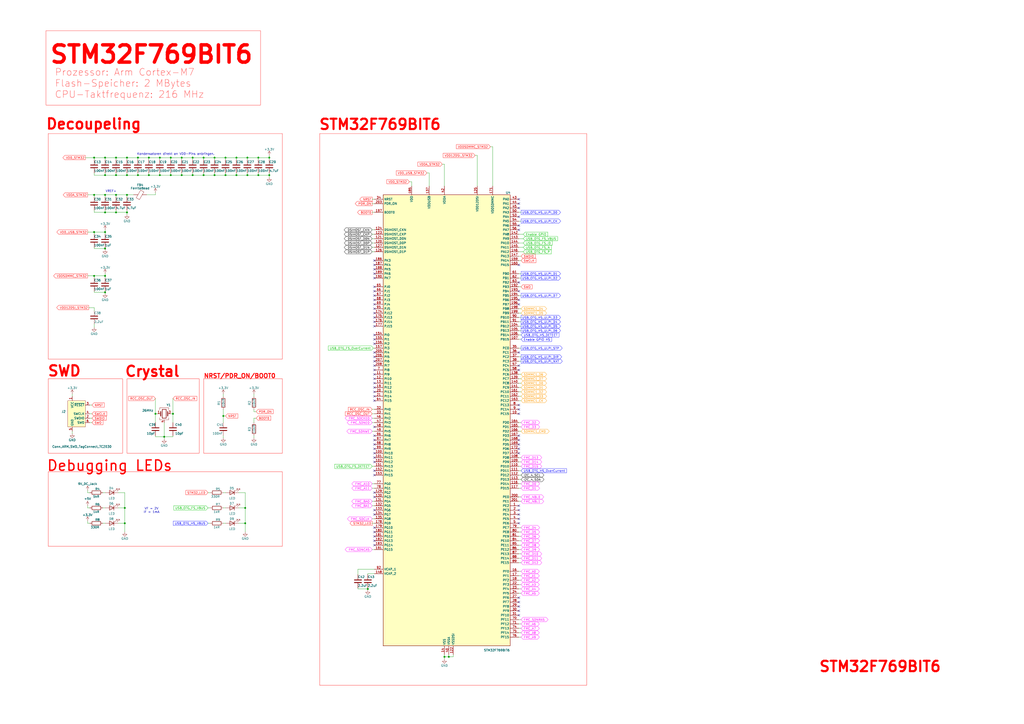
<source format=kicad_sch>
(kicad_sch (version 20231120) (generator "eeschema") (generator_version "8.0")
  (paper "A2")
  (lib_symbols
    (symbol "Connector:Conn_ARM_SWD_TagConnect_TC2030" (in_bom no)
      (property "Reference" "J" (at 2.54 11.43 0))
      (property "Value" "Conn_ARM_SWD_TagConnect_TC2030" (at 5.08 8.89 0))
      (symbol "Conn_ARM_SWD_TagConnect_TC2030_0_0"
        (pin power_in line (at -2.54 10.16 270) (length 2.54) (name "VCC") (number "1"))
        (pin bidirectional line (at 7.62 -2.54 180) (length 2.54) (name "SWDIO") (number "2"))
        (pin open_collector line (at 7.62 5.08 180) (length 2.54) (name "~{RESET}") (number "3"))
        (pin output line (at 7.62 0 180) (length 2.54) (name "SWCLK") (number "4"))
        (pin power_in line (at -2.54 -10.16 90) (length 2.54) (name "GND") (number "5"))
        (pin input line (at 7.62 -5.08 180) (length 2.54) (name "SWO") (number "6"))
      )
    )
    (symbol "Device:C" (pin_numbers hide) (pin_names (offset 0.254))
      (property "Reference" "C" (at 0.635 2.54 0))
      (property "Value" "C" (at 0.635 -2.54 0))
      (symbol "C_1_1"
        (pin passive line (at 0 3.81 270) (length 2.794) (name "~") (number "1"))
        (pin passive line (at 0 -3.81 90) (length 2.794) (name "~") (number "2"))
      )
    )
    (symbol "Device:Crystal_GND24" (pin_names (offset 1.016) hide)
      (property "Reference" "Y1" (at 2.54 5.08 0))
      (symbol "Crystal_GND24_1_1"
        (pin passive line (at -3.81 0 0) (length 1.27) (name "1") (number "1"))
        (pin passive line (at 0 -5.08 90) (length 1.27) hide (name "2") (number "2"))
        (pin passive line (at 3.81 0 180) (length 1.27) (name "3") (number "3"))
        (pin passive line (at 0 -5.08 90) (length 1.27) (name "4") (number "4"))
      )
    )
    (symbol "Device:FerriteBead" (pin_numbers hide) (pin_names (offset 0))
      (property "Reference" "FB" (at -3.81 0.635 90))
      (property "Value" "FerriteBead" (at 3.81 0 90))
      (symbol "FerriteBead_1_1"
        (pin passive line (at 0 3.81 270) (length 2.54) (name "~") (number "1"))
        (pin passive line (at 0 -3.81 90) (length 2.54) (name "~") (number "2"))
      )
    )
    (symbol "Device:LED" (pin_numbers hide) (pin_names (offset 1.016) hide)
      (property "Reference" "D" (at 0 2.54 0))
      (property "Value" "LED" (at 0 -2.54 0))
      (symbol "LED_1_1"
        (pin passive line (at -3.81 0 0) (length 2.54) (name "K") (number "1"))
        (pin passive line (at 3.81 0 180) (length 2.54) (name "A") (number "2"))
      )
    )
    (symbol "Device:R" (pin_numbers hide) (pin_names (offset 0))
      (property "Reference" "R" (at 2.032 0 90))
      (property "Value" "R" (at 0 0 90))
      (symbol "R_1_1"
        (pin passive line (at 0 3.81 270) (length 1.27) (name "~") (number "1"))
        (pin passive line (at 0 -3.81 90) (length 1.27) (name "~") (number "2"))
      )
    )
    (symbol "MCU_ST_STM32F7:STM32F769BITx"
      (property "Reference" "U1" (at 35.56 133.35 0))
      (property "Value" "STM32F769BIT6" (at 22.86 -132.08 0))
      (symbol "STM32F769BITx_1_1"
        (pin bidirectional line (at 43.18 -48.26 180) (length 5.08) (name "PE2") (number "1"))
        (pin bidirectional line (at 43.18 5.08 180) (length 5.08) (name "PC15") (number "10"))
        (pin bidirectional line (at -40.64 -17.78 0) (length 5.08) (name "PH10") (number "100"))
        (pin bidirectional line (at -40.64 -20.32 0) (length 5.08) (name "PH11") (number "101"))
        (pin bidirectional line (at -40.64 -22.86 0) (length 5.08) (name "PH12") (number "102"))
        (pin power_in line (at -19.05 137.16 270) (length 5.08) hide (name "VDD") (number "103"))
        (pin bidirectional line (at 43.18 55.88 180) (length 5.08) (name "PB12") (number "104"))
        (pin bidirectional line (at 43.18 53.34 180) (length 5.08) (name "PB13") (number "105"))
        (pin bidirectional line (at 43.18 50.8 180) (length 5.08) (name "PB14") (number "106"))
        (pin bidirectional line (at 43.18 48.26 180) (length 5.08) (name "PB15") (number "107"))
        (pin bidirectional line (at 43.18 -20.32 180) (length 5.08) (name "PD8") (number "108"))
        (pin bidirectional line (at 43.18 -22.86 180) (length 5.08) (name "PD9") (number "109"))
        (pin bidirectional line (at -40.64 27.94 0) (length 5.08) (name "PI9") (number "11"))
        (pin bidirectional line (at 43.18 -25.4 180) (length 5.08) (name "PD10") (number "110"))
        (pin bidirectional line (at 43.18 -27.94 180) (length 5.08) (name "PD11") (number "111"))
        (pin bidirectional line (at 43.18 -30.48 180) (length 5.08) (name "PD12") (number "112"))
        (pin bidirectional line (at 43.18 -33.02 180) (length 5.08) (name "PD13") (number "113"))
        (pin passive line (at 0 -134.62 90) (length 5.08) hide (name "VSS") (number "114"))
        (pin power_in line (at -19.05 137.16 270) (length 5.08) hide (name "VDD") (number "115"))
        (pin bidirectional line (at 43.18 -35.56 180) (length 5.08) (name "PD14") (number "116"))
        (pin bidirectional line (at 43.18 -38.1 180) (length 5.08) (name "PD15") (number "117"))
        (pin power_in line (at -19.05 137.16 270) (length 5.08) hide (name "VDDDSI") (number "118"))
        (pin power_out line (at 19.05 137.16 270) (length 5.08) hide (name "VCAPDSI") (number "119"))
        (pin bidirectional line (at -40.64 25.4 0) (length 5.08) (name "PI10") (number "12"))
        (pin bidirectional line (at -40.64 104.14 0) (length 5.08) (name "DSIHOST_D0P") (number "120"))
        (pin bidirectional line (at -40.64 106.68 0) (length 5.08) (name "DSIHOST_D0N") (number "121"))
        (pin power_in line (at 5.08 -134.62 90) (length 5.08) (name "VSSDSI") (number "122"))
        (pin bidirectional line (at -40.64 109.22 0) (length 5.08) (name "DSIHOST_CKP") (number "123"))
        (pin bidirectional line (at -40.64 111.76 0) (length 5.08) (name "DSIHOST_CKN") (number "124"))
        (pin power_in line (at 19.05 137.16 270) (length 5.08) (name "VDD12DSI") (number "125"))
        (pin bidirectional line (at -40.64 99.06 0) (length 5.08) (name "DSIHOST_D1P") (number "126"))
        (pin bidirectional line (at -40.64 101.6 0) (length 5.08) (name "DSIHOST_D1N") (number "127"))
        (pin passive line (at 5.08 -134.62 90) (length 5.08) hide (name "VSSDSI") (number "128"))
        (pin bidirectional line (at -40.64 -40.64 0) (length 5.08) (name "PG2") (number "129"))
        (pin bidirectional line (at -40.64 22.86 0) (length 5.08) (name "PI11") (number "13"))
        (pin bidirectional line (at -40.64 -43.18 0) (length 5.08) (name "PG3") (number "130"))
        (pin bidirectional line (at -40.64 -45.72 0) (length 5.08) (name "PG4") (number "131"))
        (pin bidirectional line (at -40.64 -48.26 0) (length 5.08) (name "PG5") (number "132"))
        (pin bidirectional line (at -40.64 -50.8 0) (length 5.08) (name "PG6") (number "133"))
        (pin bidirectional line (at -40.64 -53.34 0) (length 5.08) (name "PG7") (number "134"))
        (pin bidirectional line (at -40.64 -55.88 0) (length 5.08) (name "PG8") (number "135"))
        (pin passive line (at 0 -134.62 90) (length 5.08) hide (name "VSS") (number "136"))
        (pin power_in line (at -8.89 137.16 270) (length 5.08) (name "VDDUSB") (number "137"))
        (pin bidirectional line (at 43.18 27.94 180) (length 5.08) (name "PC6") (number "138"))
        (pin bidirectional line (at 43.18 25.4 180) (length 5.08) (name "PC7") (number "139"))
        (pin power_in line (at 0 -134.62 90) (length 5.08) (name "VSS") (number "14"))
        (pin bidirectional line (at 43.18 22.86 180) (length 5.08) (name "PC8") (number "140"))
        (pin bidirectional line (at 43.18 20.32 180) (length 5.08) (name "PC9") (number "141"))
        (pin bidirectional line (at 43.18 109.22 180) (length 5.08) (name "PA8") (number "142"))
        (pin bidirectional line (at 43.18 106.68 180) (length 5.08) (name "PA9") (number "143"))
        (pin bidirectional line (at 43.18 104.14 180) (length 5.08) (name "PA10") (number "144"))
        (pin bidirectional line (at 43.18 101.6 180) (length 5.08) (name "PA11") (number "145"))
        (pin bidirectional line (at 43.18 99.06 180) (length 5.08) (name "PA12") (number "146"))
        (pin bidirectional line (at 43.18 96.52 180) (length 5.08) (name "PA13") (number "147"))
        (pin power_out line (at -40.64 -87.63 0) (length 5.08) (name "VCAP_2") (number "148"))
        (pin passive line (at 0 -134.62 90) (length 5.08) hide (name "VSS") (number "149"))
        (pin power_in line (at -19.05 137.16 270) (length 5.08) hide (name "VDD") (number "15"))
        (pin power_in line (at -19.05 137.16 270) (length 5.08) hide (name "VDD") (number "150"))
        (pin bidirectional line (at -40.64 -25.4 0) (length 5.08) (name "PH13") (number "151"))
        (pin bidirectional line (at -40.64 -27.94 0) (length 5.08) (name "PH14") (number "152"))
        (pin bidirectional line (at -40.64 -30.48 0) (length 5.08) (name "PH15") (number "153"))
        (pin bidirectional line (at -40.64 50.8 0) (length 5.08) (name "PI0") (number "154"))
        (pin bidirectional line (at -40.64 48.26 0) (length 5.08) (name "PI1") (number "155"))
        (pin bidirectional line (at -40.64 45.72 0) (length 5.08) (name "PI2") (number "156"))
        (pin bidirectional line (at -40.64 43.18 0) (length 5.08) (name "PI3") (number "157"))
        (pin power_in line (at -19.05 137.16 270) (length 5.08) hide (name "VDD") (number "158"))
        (pin bidirectional line (at 43.18 93.98 180) (length 5.08) (name "PA14") (number "159"))
        (pin bidirectional line (at 43.18 -86.36 180) (length 5.08) (name "PF0") (number "16"))
        (pin bidirectional line (at 43.18 91.44 180) (length 5.08) (name "PA15") (number "160"))
        (pin bidirectional line (at 43.18 17.78 180) (length 5.08) (name "PC10") (number "161"))
        (pin bidirectional line (at 43.18 15.24 180) (length 5.08) (name "PC11") (number "162"))
        (pin bidirectional line (at 43.18 12.7 180) (length 5.08) (name "PC12") (number "163"))
        (pin bidirectional line (at 43.18 0 180) (length 5.08) (name "PD0") (number "164"))
        (pin bidirectional line (at 43.18 -2.54 180) (length 5.08) (name "PD1") (number "165"))
        (pin bidirectional line (at 43.18 -5.08 180) (length 5.08) (name "PD2") (number "166"))
        (pin bidirectional line (at 43.18 -7.62 180) (length 5.08) (name "PD3") (number "167"))
        (pin bidirectional line (at 43.18 -10.16 180) (length 5.08) (name "PD4") (number "168"))
        (pin bidirectional line (at 43.18 -12.7 180) (length 5.08) (name "PD5") (number "169"))
        (pin bidirectional line (at 43.18 -88.9 180) (length 5.08) (name "PF1") (number "17"))
        (pin passive line (at 0 -134.62 90) (length 5.08) hide (name "VSS") (number "170"))
        (pin power_in line (at 27.94 137.16 270) (length 5.08) (name "VDDSDMMC") (number "171"))
        (pin bidirectional line (at 43.18 -15.24 180) (length 5.08) (name "PD6") (number "172"))
        (pin bidirectional line (at 43.18 -17.78 180) (length 5.08) (name "PD7") (number "173"))
        (pin bidirectional line (at -40.64 63.5 0) (length 5.08) (name "PJ12") (number "174"))
        (pin bidirectional line (at -40.64 60.96 0) (length 5.08) (name "PJ13") (number "175"))
        (pin bidirectional line (at -40.64 58.42 0) (length 5.08) (name "PJ14") (number "176"))
        (pin bidirectional line (at -40.64 55.88 0) (length 5.08) (name "PJ15") (number "177"))
        (pin bidirectional line (at -40.64 -58.42 0) (length 5.08) (name "PG9") (number "178"))
        (pin bidirectional line (at -40.64 -60.96 0) (length 5.08) (name "PG10") (number "179"))
        (pin bidirectional line (at 43.18 -91.44 180) (length 5.08) (name "PF2") (number "18"))
        (pin bidirectional line (at -40.64 -63.5 0) (length 5.08) (name "PG11") (number "180"))
        (pin bidirectional line (at -40.64 -66.04 0) (length 5.08) (name "PG12") (number "181"))
        (pin bidirectional line (at -40.64 -68.58 0) (length 5.08) (name "PG13") (number "182"))
        (pin bidirectional line (at -40.64 -71.12 0) (length 5.08) (name "PG14") (number "183"))
        (pin passive line (at 0 -134.62 90) (length 5.08) hide (name "VSS") (number "184"))
        (pin power_in line (at -19.05 137.16 270) (length 5.08) (name "VDD") (number "185"))
        (pin bidirectional line (at -40.64 93.98 0) (length 5.08) (name "PK3") (number "186"))
        (pin bidirectional line (at -40.64 91.44 0) (length 5.08) (name "PK4") (number "187"))
        (pin bidirectional line (at -40.64 88.9 0) (length 5.08) (name "PK5") (number "188"))
        (pin bidirectional line (at -40.64 86.36 0) (length 5.08) (name "PK6") (number "189"))
        (pin bidirectional line (at -40.64 20.32 0) (length 5.08) (name "PI12") (number "19"))
        (pin bidirectional line (at -40.64 83.82 0) (length 5.08) (name "PK7") (number "190"))
        (pin bidirectional line (at -40.64 -73.66 0) (length 5.08) (name "PG15") (number "191"))
        (pin bidirectional line (at 43.18 78.74 180) (length 5.08) (name "PB3") (number "192"))
        (pin bidirectional line (at 43.18 76.2 180) (length 5.08) (name "PB4") (number "193"))
        (pin bidirectional line (at 43.18 73.66 180) (length 5.08) (name "PB5") (number "194"))
        (pin bidirectional line (at 43.18 71.12 180) (length 5.08) (name "PB6") (number "195"))
        (pin bidirectional line (at 43.18 68.58 180) (length 5.08) (name "PB7") (number "196"))
        (pin input line (at -40.64 121.92 0) (length 5.08) (name "BOOT0") (number "197"))
        (pin bidirectional line (at 43.18 66.04 180) (length 5.08) (name "PB8") (number "198"))
        (pin bidirectional line (at 43.18 63.5 180) (length 5.08) (name "PB9") (number "199"))
        (pin bidirectional line (at 43.18 -50.8 180) (length 5.08) (name "PE3") (number "2"))
        (pin bidirectional line (at -40.64 17.78 0) (length 5.08) (name "PI13") (number "20"))
        (pin bidirectional line (at 43.18 -43.18 180) (length 5.08) (name "PE0") (number "200"))
        (pin bidirectional line (at 43.18 -45.72 180) (length 5.08) (name "PE1") (number "201"))
        (pin passive line (at 0 -134.62 90) (length 5.08) hide (name "VSS") (number "202"))
        (pin input line (at -40.64 127 0) (length 5.08) (name "PDR_ON") (number "203"))
        (pin power_in line (at -19.05 137.16 270) (length 5.08) hide (name "VDD") (number "204"))
        (pin bidirectional line (at -40.64 40.64 0) (length 5.08) (name "PI4") (number "205"))
        (pin bidirectional line (at -40.64 38.1 0) (length 5.08) (name "PI5") (number "206"))
        (pin bidirectional line (at -40.64 35.56 0) (length 5.08) (name "PI6") (number "207"))
        (pin bidirectional line (at -40.64 33.02 0) (length 5.08) (name "PI7") (number "208"))
        (pin bidirectional line (at -40.64 15.24 0) (length 5.08) (name "PI14") (number "21"))
        (pin bidirectional line (at 43.18 -93.98 180) (length 5.08) (name "PF3") (number "22"))
        (pin bidirectional line (at 43.18 -96.52 180) (length 5.08) (name "PF4") (number "23"))
        (pin bidirectional line (at 43.18 -99.06 180) (length 5.08) (name "PF5") (number "24"))
        (pin passive line (at 0 -134.62 90) (length 5.08) hide (name "VSS") (number "25"))
        (pin power_in line (at -19.05 137.16 270) (length 5.08) hide (name "VDD") (number "26"))
        (pin bidirectional line (at 43.18 -101.6 180) (length 5.08) (name "PF6") (number "27"))
        (pin bidirectional line (at 43.18 -104.14 180) (length 5.08) (name "PF7") (number "28"))
        (pin bidirectional line (at 43.18 -106.68 180) (length 5.08) (name "PF8") (number "29"))
        (pin bidirectional line (at 43.18 -53.34 180) (length 5.08) (name "PE4") (number "3"))
        (pin bidirectional line (at 43.18 -109.22 180) (length 5.08) (name "PF9") (number "30"))
        (pin bidirectional line (at 43.18 -111.76 180) (length 5.08) (name "PF10") (number "31"))
        (pin bidirectional line (at -40.64 7.62 0) (length 5.08) (name "PH0") (number "32"))
        (pin bidirectional line (at -40.64 5.08 0) (length 5.08) (name "PH1") (number "33"))
        (pin input line (at -40.64 129.54 0) (length 5.08) (name "NRST") (number "34"))
        (pin bidirectional line (at 43.18 43.18 180) (length 5.08) (name "PC0") (number "35"))
        (pin bidirectional line (at 43.18 40.64 180) (length 5.08) (name "PC1") (number "36"))
        (pin bidirectional line (at 43.18 38.1 180) (length 5.08) (name "PC2") (number "37"))
        (pin bidirectional line (at 43.18 35.56 180) (length 5.08) (name "PC3") (number "38"))
        (pin power_in line (at -19.05 137.16 270) (length 5.08) hide (name "VDD") (number "39"))
        (pin bidirectional line (at 43.18 -55.88 180) (length 5.08) (name "PE5") (number "4"))
        (pin power_in line (at 2.54 -134.62 90) (length 5.08) (name "VSSA") (number "40"))
        (pin input line (at 0 137.16 270) (length 5.08) hide (name "VREF+") (number "41"))
        (pin power_in line (at 0 137.16 270) (length 5.08) (name "VDDA") (number "42"))
        (pin bidirectional line (at 43.18 129.54 180) (length 5.08) (name "PA0") (number "43"))
        (pin bidirectional line (at 43.18 127 180) (length 5.08) (name "PA1") (number "44"))
        (pin bidirectional line (at 43.18 124.46 180) (length 5.08) (name "PA2") (number "45"))
        (pin bidirectional line (at -40.64 2.54 0) (length 5.08) (name "PH2") (number "46"))
        (pin bidirectional line (at -40.64 0 0) (length 5.08) (name "PH3") (number "47"))
        (pin bidirectional line (at -40.64 -2.54 0) (length 5.08) (name "PH4") (number "48"))
        (pin bidirectional line (at -40.64 -5.08 0) (length 5.08) (name "PH5") (number "49"))
        (pin bidirectional line (at 43.18 -58.42 180) (length 5.08) (name "PE6") (number "5"))
        (pin bidirectional line (at 43.18 121.92 180) (length 5.08) (name "PA3") (number "50"))
        (pin passive line (at 0 -134.62 90) (length 5.08) hide (name "VSS") (number "51"))
        (pin power_in line (at -19.05 137.16 270) (length 5.08) hide (name "VDD") (number "52"))
        (pin bidirectional line (at 43.18 119.38 180) (length 5.08) (name "PA4") (number "53"))
        (pin bidirectional line (at 43.18 116.84 180) (length 5.08) (name "PA5") (number "54"))
        (pin bidirectional line (at 43.18 114.3 180) (length 5.08) (name "PA6") (number "55"))
        (pin bidirectional line (at 43.18 111.76 180) (length 5.08) (name "PA7") (number "56"))
        (pin bidirectional line (at 43.18 33.02 180) (length 5.08) (name "PC4") (number "57"))
        (pin bidirectional line (at 43.18 30.48 180) (length 5.08) (name "PC5") (number "58"))
        (pin power_in line (at -19.05 137.16 270) (length 5.08) hide (name "VDD") (number "59"))
        (pin power_in line (at -19.05 137.16 270) (length 5.08) hide (name "VBAT") (number "6"))
        (pin passive line (at 0 -134.62 90) (length 5.08) hide (name "VSS") (number "60"))
        (pin bidirectional line (at 43.18 86.36 180) (length 5.08) (name "PB0") (number "61"))
        (pin bidirectional line (at 43.18 83.82 180) (length 5.08) (name "PB1") (number "62"))
        (pin bidirectional line (at 43.18 81.28 180) (length 5.08) (name "PB2") (number "63"))
        (pin bidirectional line (at -40.64 12.7 0) (length 5.08) (name "PI15") (number "64"))
        (pin bidirectional line (at -40.64 78.74 0) (length 5.08) (name "PJ0") (number "65"))
        (pin bidirectional line (at -40.64 76.2 0) (length 5.08) (name "PJ1") (number "66"))
        (pin bidirectional line (at -40.64 73.66 0) (length 5.08) (name "PJ2") (number "67"))
        (pin bidirectional line (at -40.64 71.12 0) (length 5.08) (name "PJ3") (number "68"))
        (pin bidirectional line (at -40.64 68.58 0) (length 5.08) (name "PJ4") (number "69"))
        (pin bidirectional line (at -40.64 30.48 0) (length 5.08) (name "PI8") (number "7"))
        (pin bidirectional line (at 43.18 -114.3 180) (length 5.08) (name "PF11") (number "70"))
        (pin bidirectional line (at 43.18 -116.84 180) (length 5.08) (name "PF12") (number "71"))
        (pin passive line (at 0 -134.62 90) (length 5.08) hide (name "VSS") (number "72"))
        (pin power_in line (at -19.05 137.16 270) (length 5.08) hide (name "VDD") (number "73"))
        (pin bidirectional line (at 43.18 -119.38 180) (length 5.08) (name "PF13") (number "74"))
        (pin bidirectional line (at 43.18 -121.92 180) (length 5.08) (name "PF14") (number "75"))
        (pin bidirectional line (at 43.18 -124.46 180) (length 5.08) (name "PF15") (number "76"))
        (pin bidirectional line (at -40.64 -35.56 0) (length 5.08) (name "PG0") (number "77"))
        (pin bidirectional line (at -40.64 -38.1 0) (length 5.08) (name "PG1") (number "78"))
        (pin bidirectional line (at 43.18 -60.96 180) (length 5.08) (name "PE7") (number "79"))
        (pin bidirectional line (at 43.18 10.16 180) (length 5.08) (name "PC13") (number "8"))
        (pin bidirectional line (at 43.18 -63.5 180) (length 5.08) (name "PE8") (number "80"))
        (pin bidirectional line (at 43.18 -66.04 180) (length 5.08) (name "PE9") (number "81"))
        (pin passive line (at 0 -134.62 90) (length 5.08) hide (name "VSS") (number "82"))
        (pin power_in line (at -19.05 137.16 270) (length 5.08) hide (name "VDD") (number "83"))
        (pin bidirectional line (at 43.18 -68.58 180) (length 5.08) (name "PE10") (number "84"))
        (pin bidirectional line (at 43.18 -71.12 180) (length 5.08) (name "PE11") (number "85"))
        (pin bidirectional line (at 43.18 -73.66 180) (length 5.08) (name "PE12") (number "86"))
        (pin bidirectional line (at 43.18 -76.2 180) (length 5.08) (name "PE13") (number "87"))
        (pin bidirectional line (at 43.18 -78.74 180) (length 5.08) (name "PE14") (number "88"))
        (pin bidirectional line (at 43.18 -81.28 180) (length 5.08) (name "PE15") (number "89"))
        (pin bidirectional line (at 43.18 7.62 180) (length 5.08) (name "PC14") (number "9"))
        (pin bidirectional line (at 43.18 60.96 180) (length 5.08) (name "PB10") (number "90"))
        (pin bidirectional line (at 43.18 58.42 180) (length 5.08) (name "PB11") (number "91"))
        (pin power_out line (at -40.64 -85.09 0) (length 5.08) (name "VCAP_1") (number "92"))
        (pin passive line (at 0 -134.62 90) (length 5.08) hide (name "VSS") (number "93"))
        (pin power_in line (at -19.05 137.16 270) (length 5.08) hide (name "VDD") (number "94"))
        (pin bidirectional line (at -40.64 66.04 0) (length 5.08) (name "PJ5") (number "95"))
        (pin bidirectional line (at -40.64 -7.62 0) (length 5.08) (name "PH6") (number "96"))
        (pin bidirectional line (at -40.64 -10.16 0) (length 5.08) (name "PH7") (number "97"))
        (pin bidirectional line (at -40.64 -12.7 0) (length 5.08) (name "PH8") (number "98"))
        (pin bidirectional line (at -40.64 -15.24 0) (length 5.08) (name "PH9") (number "99"))
      )
    )
    (symbol "power:+3.3V" (power) (pin_names (offset 0))
      (property "Value" "9V_DC_Jack" (at 0 3.81 0))
      (symbol "+3.3V_1_1"
        (pin power_in line (at 0 0 90) (length 0) hide (name "9V_DC_Jack") (number "1"))
      )
    )
    (symbol "power:+5V" (power) (pin_names (offset 0))
      (property "Value" "+5V" (at 0 3.556 0))
      (symbol "+5V_1_1"
        (pin power_in line (at 0 0 90) (length 0) hide (name "+5V") (number "1"))
      )
    )
    (symbol "power:GND" (power) (pin_names (offset 0))
      (property "Value" "GND" (at 0 -3.81 0))
      (symbol "GND_1_1"
        (pin power_in line (at 0 0 270) (length 0) hide (name "GND") (number "1"))
      )
    )
  )
  (junction (at 137.16 101.6))
  (junction (at 149.86 101.6))
  (junction (at 60.96 91.44))
  (junction (at 73.66 101.6))
  (junction (at 67.31 113.03))
  (junction (at 129.54 241.3))
  (junction (at 60.96 144.145))
  (junction (at 54.61 91.44))
  (junction (at 156.21 101.6))
  (junction (at 60.96 160.02))
  (junction (at 80.01 91.44))
  (junction (at 54.61 113.03))
  (junction (at 95.25 253.365))
  (junction (at 130.81 101.6))
  (junction (at 60.96 134.62))
  (junction (at 90.17 240.03))
  (junction (at 73.66 123.19))
  (junction (at 142.24 303.53))
  (junction (at 67.31 101.6))
  (junction (at 124.46 101.6))
  (junction (at 73.66 113.03))
  (junction (at 86.36 101.6))
  (junction (at 54.61 134.62))
  (junction (at 73.66 91.44))
  (junction (at 99.06 101.6))
  (junction (at 86.36 91.44))
  (junction (at 137.16 91.44))
  (junction (at 80.01 101.6))
  (junction (at 72.39 294.64))
  (junction (at 60.96 123.19))
  (junction (at 118.11 101.6))
  (junction (at 130.81 91.44))
  (junction (at 72.39 303.53))
  (junction (at 213.36 341.63))
  (junction (at 143.51 91.44))
  (junction (at 111.76 91.44))
  (junction (at 118.11 91.44))
  (junction (at 54.61 160.02))
  (junction (at 100.33 240.03))
  (junction (at 143.51 101.6))
  (junction (at 92.71 91.44))
  (junction (at 124.46 91.44))
  (junction (at 149.86 91.44))
  (junction (at 156.21 91.44))
  (junction (at 105.41 91.44))
  (junction (at 92.71 101.6))
  (junction (at 99.06 91.44))
  (junction (at 60.96 113.03))
  (junction (at 67.31 91.44))
  (junction (at 67.31 123.19))
  (junction (at 111.76 101.6))
  (junction (at 142.24 294.64))
  (junction (at 60.96 101.6))
  (junction (at 257.81 381))
  (junction (at 105.41 101.6))
  (junction (at 60.96 169.545))
  (junction (at 260.35 381))
  (no_connect (at 300.99 346.71))
  (no_connect (at 217.17 161.29))
  (no_connect (at 300.99 300.99))
  (no_connect (at 300.99 204.47))
  (no_connect (at 300.99 115.57))
  (no_connect (at 217.17 255.27))
  (no_connect (at 217.17 295.91))
  (no_connect (at 217.17 173.99))
  (no_connect (at 217.17 306.07))
  (no_connect (at 217.17 217.17))
  (no_connect (at 300.99 295.91))
  (no_connect (at 300.99 351.79))
  (no_connect (at 217.17 252.73))
  (no_connect (at 300.99 356.87))
  (no_connect (at 217.17 229.87))
  (no_connect (at 300.99 252.73))
  (no_connect (at 217.17 308.61))
  (no_connect (at 217.17 186.69))
  (no_connect (at 217.17 262.89))
  (no_connect (at 217.17 316.23))
  (no_connect (at 217.17 168.91))
  (no_connect (at 217.17 199.39))
  (no_connect (at 217.17 194.31))
  (no_connect (at 300.99 237.49))
  (no_connect (at 217.17 153.67))
  (no_connect (at 300.99 118.11))
  (no_connect (at 217.17 196.85))
  (no_connect (at 217.17 151.13))
  (no_connect (at 217.17 156.21))
  (no_connect (at 300.99 255.27))
  (no_connect (at 217.17 219.71))
  (no_connect (at 217.17 267.97))
  (no_connect (at 300.99 173.99))
  (no_connect (at 217.17 232.41))
  (no_connect (at 300.99 303.53))
  (no_connect (at 300.99 168.91))
  (no_connect (at 300.99 354.33))
  (no_connect (at 300.99 260.35))
  (no_connect (at 300.99 349.25))
  (no_connect (at 300.99 130.81))
  (no_connect (at 217.17 260.35))
  (no_connect (at 300.99 133.35))
  (no_connect (at 300.99 257.81))
  (no_connect (at 217.17 179.07))
  (no_connect (at 217.17 288.29))
  (no_connect (at 217.17 204.47))
  (no_connect (at 217.17 212.09))
  (no_connect (at 217.17 298.45))
  (no_connect (at 300.99 212.09))
  (no_connect (at 217.17 285.75))
  (no_connect (at 217.17 189.23))
  (no_connect (at 217.17 275.59))
  (no_connect (at 217.17 265.43))
  (no_connect (at 217.17 176.53))
  (no_connect (at 217.17 166.37))
  (no_connect (at 217.17 209.55))
  (no_connect (at 217.17 207.01))
  (no_connect (at 300.99 262.89))
  (no_connect (at 217.17 181.61))
  (no_connect (at 217.17 224.79))
  (no_connect (at 300.99 240.03))
  (no_connect (at 300.99 234.95))
  (no_connect (at 217.17 222.25))
  (no_connect (at 300.99 153.67))
  (no_connect (at 300.99 120.65))
  (no_connect (at 300.99 298.45))
  (no_connect (at 217.17 171.45))
  (no_connect (at 300.99 163.83))
  (no_connect (at 217.17 158.75))
  (no_connect (at 300.99 293.37))
  (no_connect (at 217.17 313.69))
  (no_connect (at 217.17 257.81))
  (no_connect (at 300.99 214.63))
  (no_connect (at 217.17 247.65))
  (no_connect (at 217.17 227.33))
  (no_connect (at 300.99 176.53))
  (no_connect (at 217.17 273.05))
  (no_connect (at 217.17 311.15))
  (no_connect (at 217.17 184.15))
  (no_connect (at 217.17 214.63))
  (no_connect (at 300.99 125.73))
  (wire (pts (xy 302.26 273.05) (xy 300.99 273.05)))
  (wire (pts (xy 300.99 227.33) (xy 302.26 227.33)))
  (wire (pts (xy 54.61 143.51) (xy 54.61 144.145)))
  (wire (pts (xy 300.99 369.57) (xy 302.26 369.57)))
  (wire (pts (xy 86.36 91.44) (xy 92.71 91.44)))
  (wire (pts (xy 67.31 91.44) (xy 73.66 91.44)))
  (wire (pts (xy 156.21 102.87) (xy 156.21 101.6)))
  (wire (pts (xy 156.21 91.44) (xy 149.86 91.44)))
  (wire (pts (xy 147.32 238.76) (xy 147.32 237.49)))
  (wire (pts (xy 156.21 90.17) (xy 156.21 91.44)))
  (wire (pts (xy 72.39 294.64) (xy 72.39 303.53)))
  (wire (pts (xy 215.9 280.67) (xy 217.17 280.67)))
  (wire (pts (xy 302.26 275.59) (xy 300.99 275.59)))
  (wire (pts (xy 60.96 121.92) (xy 60.96 123.19)))
  (wire (pts (xy 54.61 187.96) (xy 54.61 189.865)))
  (wire (pts (xy 238.76 105.41) (xy 238.76 107.95)))
  (wire (pts (xy 215.9 290.83) (xy 217.17 290.83)))
  (wire (pts (xy 302.26 179.07) (xy 300.99 179.07)))
  (wire (pts (xy 300.99 331.47) (xy 302.26 331.47)))
  (wire (pts (xy 300.99 166.37) (xy 302.26 166.37)))
  (wire (pts (xy 111.76 100.33) (xy 111.76 101.6)))
  (wire (pts (xy 156.21 100.33) (xy 156.21 101.6)))
  (wire (pts (xy 50.8 134.62) (xy 54.61 134.62)))
  (wire (pts (xy 52.07 240.03) (xy 53.34 240.03)))
  (wire (pts (xy 52.07 245.11) (xy 53.34 245.11)))
  (wire (pts (xy 60.96 160.02) (xy 60.96 161.29)))
  (wire (pts (xy 300.99 265.43) (xy 302.26 265.43)))
  (wire (pts (xy 215.9 270.51) (xy 217.17 270.51)))
  (wire (pts (xy 300.99 184.15) (xy 302.26 184.15)))
  (wire (pts (xy 215.9 140.97) (xy 217.17 140.97)))
  (wire (pts (xy 95.25 245.11) (xy 95.25 253.365)))
  (wire (pts (xy 300.99 336.55) (xy 302.26 336.55)))
  (wire (pts (xy 99.06 91.44) (xy 99.06 92.71)))
  (wire (pts (xy 60.96 133.35) (xy 60.96 134.62)))
  (wire (pts (xy 262.89 379.73) (xy 262.89 381)))
  (wire (pts (xy 215.9 115.57) (xy 217.17 115.57)))
  (wire (pts (xy 138.43 294.64) (xy 142.24 294.64)))
  (wire (pts (xy 217.17 332.74) (xy 213.36 332.74)))
  (wire (pts (xy 149.86 101.6) (xy 143.51 101.6)))
  (wire (pts (xy 207.645 340.995) (xy 207.645 341.63)))
  (wire (pts (xy 54.61 113.03) (xy 54.61 114.3)))
  (wire (pts (xy 142.24 308.61) (xy 142.24 303.53)))
  (wire (pts (xy 92.71 100.33) (xy 92.71 101.6)))
  (wire (pts (xy 138.43 303.53) (xy 142.24 303.53)))
  (wire (pts (xy 156.21 101.6) (xy 149.86 101.6)))
  (wire (pts (xy 130.81 100.33) (xy 130.81 101.6)))
  (wire (pts (xy 50.8 302.26) (xy 50.8 303.53)))
  (wire (pts (xy 300.99 339.09) (xy 302.26 339.09)))
  (wire (pts (xy 130.81 101.6) (xy 137.16 101.6)))
  (wire (pts (xy 105.41 100.33) (xy 105.41 101.6)))
  (wire (pts (xy 257.81 95.25) (xy 257.81 107.95)))
  (wire (pts (xy 129.54 285.75) (xy 130.81 285.75)))
  (wire (pts (xy 148.59 238.76) (xy 147.32 238.76)))
  (wire (pts (xy 80.01 91.44) (xy 86.36 91.44)))
  (wire (pts (xy 300.99 189.23) (xy 302.26 189.23)))
  (wire (pts (xy 143.51 91.44) (xy 149.86 91.44)))
  (wire (pts (xy 302.26 181.61) (xy 300.99 181.61)))
  (wire (pts (xy 302.26 278.13) (xy 300.99 278.13)))
  (wire (pts (xy 60.96 91.44) (xy 67.31 91.44)))
  (wire (pts (xy 142.24 294.64) (xy 142.24 285.75)))
  (wire (pts (xy 300.99 323.85) (xy 302.26 323.85)))
  (wire (pts (xy 73.66 100.33) (xy 73.66 101.6)))
  (wire (pts (xy 213.36 332.74) (xy 213.36 333.375)))
  (wire (pts (xy 302.26 196.85) (xy 300.99 196.85)))
  (wire (pts (xy 248.92 100.33) (xy 248.92 107.95)))
  (wire (pts (xy 257.81 379.73) (xy 257.81 381)))
  (wire (pts (xy 215.9 237.49) (xy 217.17 237.49)))
  (wire (pts (xy 300.99 250.19) (xy 302.26 250.19)))
  (wire (pts (xy 300.99 280.67) (xy 302.26 280.67)))
  (wire (pts (xy 67.31 113.03) (xy 73.66 113.03)))
  (wire (pts (xy 137.16 91.44) (xy 143.51 91.44)))
  (wire (pts (xy 300.99 123.19) (xy 302.26 123.19)))
  (wire (pts (xy 300.99 158.75) (xy 302.26 158.75)))
  (wire (pts (xy 300.99 344.17) (xy 302.26 344.17)))
  (wire (pts (xy 130.81 91.44) (xy 137.16 91.44)))
  (wire (pts (xy 118.11 91.44) (xy 124.46 91.44)))
  (wire (pts (xy 90.17 240.03) (xy 91.44 240.03)))
  (wire (pts (xy 41.91 228.6) (xy 41.91 229.87)))
  (wire (pts (xy 215.9 242.57) (xy 217.17 242.57)))
  (wire (pts (xy 300.99 341.63) (xy 302.26 341.63)))
  (wire (pts (xy 60.96 144.145) (xy 60.96 144.78)))
  (wire (pts (xy 90.17 240.03) (xy 90.17 245.11)))
  (wire (pts (xy 143.51 91.44) (xy 143.51 92.71)))
  (wire (pts (xy 300.99 186.69) (xy 302.26 186.69)))
  (wire (pts (xy 100.33 231.14) (xy 100.33 240.03)))
  (wire (pts (xy 300.99 334.01) (xy 302.26 334.01)))
  (wire (pts (xy 300.99 217.17) (xy 302.26 217.17)))
  (wire (pts (xy 137.16 91.44) (xy 137.16 92.71)))
  (wire (pts (xy 300.99 191.77) (xy 302.26 191.77)))
  (wire (pts (xy 129.54 241.3) (xy 129.54 245.11)))
  (wire (pts (xy 215.9 250.19) (xy 217.17 250.19)))
  (wire (pts (xy 124.46 100.33) (xy 124.46 101.6)))
  (wire (pts (xy 60.96 113.03) (xy 67.31 113.03)))
  (wire (pts (xy 105.41 101.6) (xy 111.76 101.6)))
  (wire (pts (xy 59.69 303.53) (xy 60.96 303.53)))
  (wire (pts (xy 100.33 240.03) (xy 100.33 245.11)))
  (wire (pts (xy 300.99 361.95) (xy 302.26 361.95)))
  (wire (pts (xy 302.26 207.01) (xy 300.99 207.01)))
  (wire (pts (xy 300.99 359.41) (xy 302.26 359.41)))
  (wire (pts (xy 215.9 300.99) (xy 217.17 300.99)))
  (wire (pts (xy 137.16 101.6) (xy 137.16 100.33)))
  (wire (pts (xy 257.81 95.25) (xy 256.54 95.25)))
  (wire (pts (xy 60.96 134.62) (xy 60.96 135.89)))
  (wire (pts (xy 124.46 101.6) (xy 130.81 101.6)))
  (wire (pts (xy 67.31 91.44) (xy 67.31 92.71)))
  (wire (pts (xy 300.99 209.55) (xy 302.26 209.55)))
  (wire (pts (xy 54.61 123.19) (xy 60.96 123.19)))
  (wire (pts (xy 147.32 242.57) (xy 147.32 245.11)))
  (wire (pts (xy 54.61 134.62) (xy 54.61 135.89)))
  (wire (pts (xy 41.91 250.19) (xy 41.91 251.46)))
  (wire (pts (xy 300.99 364.49) (xy 302.26 364.49)))
  (wire (pts (xy 59.69 285.75) (xy 60.96 285.75)))
  (wire (pts (xy 215.9 143.51) (xy 217.17 143.51)))
  (wire (pts (xy 90.17 111.76) (xy 90.17 113.03)))
  (wire (pts (xy 300.99 224.79) (xy 302.26 224.79)))
  (wire (pts (xy 300.99 316.23) (xy 302.26 316.23)))
  (wire (pts (xy 54.61 160.02) (xy 54.61 161.29)))
  (wire (pts (xy 73.66 123.19) (xy 73.66 121.92)))
  (wire (pts (xy 60.96 169.545) (xy 60.96 170.18)))
  (wire (pts (xy 86.36 100.33) (xy 86.36 101.6)))
  (wire (pts (xy 260.35 381) (xy 262.89 381)))
  (wire (pts (xy 54.61 168.91) (xy 54.61 169.545)))
  (wire (pts (xy 142.24 303.53) (xy 142.24 294.64)))
  (wire (pts (xy 60.96 91.44) (xy 60.96 92.71)))
  (wire (pts (xy 148.59 242.57) (xy 147.32 242.57)))
  (wire (pts (xy 129.54 241.3) (xy 130.81 241.3)))
  (wire (pts (xy 257.81 381) (xy 260.35 381)))
  (wire (pts (xy 300.99 318.77) (xy 302.26 318.77)))
  (wire (pts (xy 260.35 379.73) (xy 260.35 381)))
  (wire (pts (xy 300.99 151.13) (xy 302.26 151.13)))
  (wire (pts (xy 215.9 138.43) (xy 217.17 138.43)))
  (wire (pts (xy 213.36 341.63) (xy 213.36 342.265)))
  (wire (pts (xy 300.99 326.39) (xy 302.26 326.39)))
  (wire (pts (xy 50.8 293.37) (xy 50.8 294.64)))
  (wire (pts (xy 68.58 294.64) (xy 72.39 294.64)))
  (wire (pts (xy 147.32 252.73) (xy 147.32 254)))
  (wire (pts (xy 100.33 253.365) (xy 100.33 252.73)))
  (wire (pts (xy 143.51 101.6) (xy 137.16 101.6)))
  (wire (pts (xy 124.46 91.44) (xy 124.46 92.71)))
  (wire (pts (xy 300.99 232.41) (xy 302.26 232.41)))
  (wire (pts (xy 215.9 118.11) (xy 217.17 118.11)))
  (wire (pts (xy 54.61 100.33) (xy 54.61 101.6)))
  (wire (pts (xy 50.8 285.75) (xy 52.07 285.75)))
  (wire (pts (xy 300.99 146.05) (xy 303.53 146.05)))
  (wire (pts (xy 50.8 113.03) (xy 54.61 113.03)))
  (wire (pts (xy 67.31 121.92) (xy 67.31 123.19)))
  (wire (pts (xy 300.99 161.29) (xy 302.26 161.29)))
  (wire (pts (xy 300.99 306.07) (xy 302.26 306.07)))
  (wire (pts (xy 73.66 113.03) (xy 73.66 114.3)))
  (wire (pts (xy 68.58 303.53) (xy 72.39 303.53)))
  (wire (pts (xy 60.96 144.145) (xy 54.61 144.145)))
  (wire (pts (xy 60.96 168.91) (xy 60.96 169.545)))
  (wire (pts (xy 73.66 101.6) (xy 80.01 101.6)))
  (wire (pts (xy 68.58 285.75) (xy 72.39 285.75)))
  (wire (pts (xy 67.31 101.6) (xy 73.66 101.6)))
  (wire (pts (xy 54.61 134.62) (xy 60.96 134.62)))
  (wire (pts (xy 118.11 101.6) (xy 124.46 101.6)))
  (wire (pts (xy 92.71 91.44) (xy 92.71 92.71)))
  (wire (pts (xy 215.9 318.77) (xy 217.17 318.77)))
  (wire (pts (xy 300.99 283.21) (xy 302.26 283.21)))
  (wire (pts (xy 238.76 105.41) (xy 237.49 105.41)))
  (wire (pts (xy 111.76 91.44) (xy 118.11 91.44)))
  (wire (pts (xy 105.41 91.44) (xy 111.76 91.44)))
  (wire (pts (xy 120.65 285.75) (xy 121.92 285.75)))
  (wire (pts (xy 284.48 85.09) (xy 285.75 85.09)))
  (wire (pts (xy 50.8 303.53) (xy 52.07 303.53)))
  (wire (pts (xy 54.61 91.44) (xy 54.61 92.71)))
  (wire (pts (xy 50.8 294.64) (xy 52.07 294.64)))
  (wire (pts (xy 60.96 169.545) (xy 54.61 169.545)))
  (wire (pts (xy 216.535 201.93) (xy 217.17 201.93)))
  (wire (pts (xy 60.96 113.03) (xy 60.96 114.3)))
  (wire (pts (xy 300.99 143.51) (xy 303.53 143.51)))
  (wire (pts (xy 156.21 91.44) (xy 156.21 92.71)))
  (wire (pts (xy 67.31 113.03) (xy 67.31 114.3)))
  (wire (pts (xy 73.66 91.44) (xy 80.01 91.44)))
  (wire (pts (xy 60.96 143.51) (xy 60.96 144.145)))
  (wire (pts (xy 300.99 288.29) (xy 302.26 288.29)))
  (wire (pts (xy 302.26 194.31) (xy 300.99 194.31)))
  (wire (pts (xy 60.96 101.6) (xy 54.61 101.6)))
  (wire (pts (xy 300.99 219.71) (xy 302.26 219.71)))
  (wire (pts (xy 275.59 90.17) (xy 276.86 90.17)))
  (wire (pts (xy 143.51 100.33) (xy 143.51 101.6)))
  (wire (pts (xy 129.54 303.53) (xy 130.81 303.53)))
  (wire (pts (xy 86.36 91.44) (xy 86.36 92.71)))
  (wire (pts (xy 72.39 303.53) (xy 72.39 308.61)))
  (wire (pts (xy 300.99 171.45) (xy 302.26 171.45)))
  (wire (pts (xy 60.96 158.75) (xy 60.96 160.02)))
  (wire (pts (xy 247.65 100.33) (xy 248.92 100.33)))
  (wire (pts (xy 300.99 128.27) (xy 302.26 128.27)))
  (wire (pts (xy 124.46 91.44) (xy 130.81 91.44)))
  (wire (pts (xy 215.9 303.53) (xy 217.17 303.53)))
  (wire (pts (xy 99.06 91.44) (xy 105.41 91.44)))
  (wire (pts (xy 120.65 294.64) (xy 121.92 294.64)))
  (wire (pts (xy 300.99 267.97) (xy 302.26 267.97)))
  (wire (pts (xy 303.53 135.89) (xy 300.99 135.89)))
  (wire (pts (xy 73.66 113.03) (xy 77.47 113.03)))
  (wire (pts (xy 54.61 121.92) (xy 54.61 123.19)))
  (wire (pts (xy 90.17 113.03) (xy 85.09 113.03)))
  (wire (pts (xy 52.07 242.57) (xy 53.34 242.57)))
  (wire (pts (xy 300.99 222.25) (xy 302.26 222.25)))
  (wire (pts (xy 129.54 237.49) (xy 129.54 241.3)))
  (wire (pts (xy 129.54 294.64) (xy 130.81 294.64)))
  (wire (pts (xy 54.61 91.44) (xy 49.53 91.44)))
  (wire (pts (xy 50.8 160.02) (xy 54.61 160.02)))
  (wire (pts (xy 217.17 330.2) (xy 207.645 330.2)))
  (wire (pts (xy 60.96 100.33) (xy 60.96 101.6)))
  (wire (pts (xy 90.17 253.365) (xy 95.25 253.365)))
  (wire (pts (xy 300.99 229.87) (xy 302.26 229.87)))
  (wire (pts (xy 207.645 330.2) (xy 207.645 333.375)))
  (wire (pts (xy 215.9 283.21) (xy 217.17 283.21)))
  (wire (pts (xy 67.31 100.33) (xy 67.31 101.6)))
  (wire (pts (xy 54.61 178.435) (xy 54.61 180.34)))
  (wire (pts (xy 52.07 234.95) (xy 53.34 234.95)))
  (wire (pts (xy 300.99 148.59) (xy 302.26 148.59)))
  (wire (pts (xy 86.36 101.6) (xy 92.71 101.6)))
  (wire (pts (xy 54.61 113.03) (xy 60.96 113.03)))
  (wire (pts (xy 73.66 123.19) (xy 73.66 124.46)))
  (wire (pts (xy 215.9 245.11) (xy 217.17 245.11)))
  (wire (pts (xy 92.71 101.6) (xy 99.06 101.6)))
  (wire (pts (xy 300.99 138.43) (xy 303.53 138.43)))
  (wire (pts (xy 95.25 253.365) (xy 100.33 253.365)))
  (wire (pts (xy 215.9 146.05) (xy 217.17 146.05)))
  (wire (pts (xy 215.9 133.35) (xy 217.17 133.35)))
  (wire (pts (xy 149.86 91.44) (xy 149.86 92.71)))
  (wire (pts (xy 300.99 245.11) (xy 302.26 245.11)))
  (wire (pts (xy 129.54 252.73) (xy 129.54 254)))
  (wire (pts (xy 54.61 160.02) (xy 60.96 160.02)))
  (wire (pts (xy 207.645 341.63) (xy 213.36 341.63)))
  (wire (pts (xy 111.76 91.44) (xy 111.76 92.71)))
  (wire (pts (xy 142.24 285.75) (xy 138.43 285.75)))
  (wire (pts (xy 285.75 85.09) (xy 285.75 107.95)))
  (wire (pts (xy 80.01 100.33) (xy 80.01 101.6)))
  (wire (pts (xy 118.11 100.33) (xy 118.11 101.6)))
  (wire (pts (xy 80.01 101.6) (xy 86.36 101.6)))
  (wire (pts (xy 300.99 313.69) (xy 302.26 313.69)))
  (wire (pts (xy 300.99 367.03) (xy 302.26 367.03)))
  (wire (pts (xy 60.96 123.19) (xy 67.31 123.19)))
  (wire (pts (xy 215.9 293.37) (xy 217.17 293.37)))
  (wire (pts (xy 92.71 91.44) (xy 99.06 91.44)))
  (wire (pts (xy 51.435 178.435) (xy 54.61 178.435)))
  (wire (pts (xy 90.17 231.14) (xy 90.17 240.03)))
  (wire (pts (xy 300.99 140.97) (xy 303.53 140.97)))
  (wire (pts (xy 80.01 91.44) (xy 80.01 92.71)))
  (wire (pts (xy 95.25 253.365) (xy 95.25 254.635)))
  (wire (pts (xy 120.65 303.53) (xy 121.92 303.53)))
  (wire (pts (xy 129.54 228.6) (xy 129.54 229.87)))
  (wire (pts (xy 99.06 100.33) (xy 99.06 101.6)))
  (wire (pts (xy 54.61 91.44) (xy 60.96 91.44)))
  (wire (pts (xy 72.39 285.75) (xy 72.39 294.64)))
  (wire (pts (xy 257.81 382.27) (xy 257.81 381)))
  (wire (pts (xy 300.99 321.31) (xy 302.26 321.31)))
  (wire (pts (xy 105.41 91.44) (xy 105.41 92.71)))
  (wire (pts (xy 90.17 252.73) (xy 90.17 253.365)))
  (wire (pts (xy 59.69 294.64) (xy 60.96 294.64)))
  (wire (pts (xy 111.76 101.6) (xy 118.11 101.6)))
  (wire (pts (xy 215.9 135.89) (xy 217.17 135.89)))
  (wire (pts (xy 99.06 240.03) (xy 100.33 240.03)))
  (wire (pts (xy 215.9 240.03) (xy 217.17 240.03)))
  (wire (pts (xy 300.99 290.83) (xy 302.26 290.83)))
  (wire (pts (xy 300.99 270.51) (xy 302.26 270.51)))
  (wire (pts (xy 147.32 228.6) (xy 147.32 229.87)))
  (wire (pts (xy 300.99 201.93) (xy 302.26 201.93)))
  (wire (pts (xy 300.99 311.15) (xy 302.26 311.15)))
  (wire (pts (xy 118.11 91.44) (xy 118.11 92.71)))
  (wire (pts (xy 60.96 101.6) (xy 67.31 101.6)))
  (wire (pts (xy 50.8 284.48) (xy 50.8 285.75)))
  (wire (pts (xy 130.81 91.44) (xy 130.81 92.71)))
  (wire (pts (xy 215.9 123.19) (xy 217.17 123.19)))
  (wire (pts (xy 276.86 90.17) (xy 276.86 107.95)))
  (wire (pts (xy 67.31 123.19) (xy 73.66 123.19)))
  (wire (pts (xy 300.99 247.65) (xy 302.26 247.65)))
  (wire (pts (xy 213.36 340.995) (xy 213.36 341.63)))
  (wire (pts (xy 149.86 100.33) (xy 149.86 101.6)))
  (wire (pts (xy 300.99 308.61) (xy 302.26 308.61)))
  (wire (pts (xy 99.06 101.6) (xy 105.41 101.6)))
  (wire (pts (xy 73.66 91.44) (xy 73.66 92.71)))
  (rectangle (start 27.94 219.71) (end 71.12 262.89) (stroke (width 0) (color 255 0 0 1)))
  (rectangle (start 185.42 77.47) (end 340.36 397.51) (stroke (width 0) (color 255 0 0 1)))
  (rectangle (start 27.94 77.47) (end 163.83 208.28) (stroke (width 0) (color 255 0 0 1)))
  (rectangle (start 73.66 219.71) (end 115.57 262.89) (stroke (width 0) (color 255 0 0 1)))
  (rectangle (start 118.11 219.71) (end 163.83 262.89) (stroke (width 0) (color 255 0 0 1)))
  (rectangle (start 26.67 17.78) (end 151.13 60.96) (stroke (width 0) (color 255 0 0 1)))
  (rectangle (start 27.94 273.685) (end 163.83 316.865) (stroke (width 0) (color 255 0 0 1)))
  (text "STM32F769BIT6\n" (at 220.472 72.39 0) (effects (font (size 6 6) (bold yes))))
  (text "Decoupeling\n" (at 54.356 72.136 0) (effects (font (size 6 6) (bold yes))))
  (text "STM32F769BIT6" (at 87.884 31.75 0) (effects (font (size 10 10) (bold yes))))
  (text "Debugging LEDs" (at 26.924 273.812 0) (effects (font (size 6 6) (thickness 0.8) (bold yes)) (justify left bottom)))
  (text "VF = 2V\nIF = 1mA" (at 87.884 296.164 0) (effects (font (size 1.27 1.27))))
  (text "SWD" (at 37.338 215.392 0) (effects (font (size 6 6) (bold yes))))
  (text "Kondensatoren direkt an VDD-Pins anbringen." (at 124.46 90.17 0) (effects (font (size 1.27 1.27)) (justify right bottom)))
  (text "STM32F769BIT6" (at 510.54 386.842 0) (effects (font (size 6 6) (bold yes))))
  (text "\n" (at 70.358 54.356 0) (effects (font (size 4 4))))
  (text "Crystal" (at 88.392 215.646 0) (effects (font (size 6 6) (bold yes))))
  (text "NRST/PDR_ON/BOOT0" (at 118.11 219.71 0) (effects (font (size 2.5 2.5) (bold yes)) (justify left bottom)))
  (text "Prozessor: Arm Cortex-M7\nFlash-Speicher: 2 MBytes\nCPU-Taktfrequenz: 216 MHz" (at 31.75 48.514 0) (effects (font (size 4 4)) (justify left)))
  (text "VREF+\n" (at 61.214 111.76 0) (effects (font (size 1.27 1.27)) (justify left bottom)))
  (global_label "FMC_SDNCAS" (shape bidirectional) (at 215.9 318.77 180) (property "Intersheetrefs" "${INTERSHEET_REFS}" (effects (hide yes))))
  (global_label "FMC_D10" (shape bidirectional) (at 302.26 321.31 0) (property "Intersheetrefs" "${INTERSHEET_REFS}" (effects (hide yes))))
  (global_label "USB_OTG_FS_P" (shape input) (at 303.53 146.05 0) (property "Intersheetrefs" "${INTERSHEET_REFS}" (effects (hide yes))))
  (global_label "USB_OTG_HS_ULPI_D0" (shape output) (at 302.26 123.19 0) (property "Intersheetrefs" "${INTERSHEET_REFS}" (effects (hide yes))))
  (global_label "SDMMC1_D6" (shape bidirectional) (at 302.26 217.17 0) (property "Intersheetrefs" "${INTERSHEET_REFS}" (effects (hide yes))))
  (global_label "DSIHOST_CKN" (shape bidirectional) (at 215.9 133.35 180) (property "Intersheetrefs" "${INTERSHEET_REFS}" (effects (hide yes))))
  (global_label "SDMMC1_D4" (shape bidirectional) (at 302.26 179.07 0) (property "Intersheetrefs" "${INTERSHEET_REFS}" (effects (hide yes))))
  (global_label "FMC_A2" (shape bidirectional) (at 302.26 336.55 0) (property "Intersheetrefs" "${INTERSHEET_REFS}" (effects (hide yes))))
  (global_label "SDMMC1_D2" (shape bidirectional) (at 302.26 227.33 0) (property "Intersheetrefs" "${INTERSHEET_REFS}" (effects (hide yes))))
  (global_label "SWCLK" (shape input) (at 53.34 240.03 0) (property "Intersheetrefs" "${INTERSHEET_REFS}" (effects (hide yes))))
  (global_label "FMC_D11" (shape bidirectional) (at 302.26 323.85 0) (property "Intersheetrefs" "${INTERSHEET_REFS}" (effects (hide yes))))
  (global_label "USB_OTG_HS_ULPI_D5" (shape output) (at 302.26 189.23 0) (property "Intersheetrefs" "${INTERSHEET_REFS}" (effects (hide yes))))
  (global_label "USB_OTG_FS_DETECT" (shape input) (at 215.9 270.51 180) (property "Intersheetrefs" "${INTERSHEET_REFS}" (effects (hide yes))))
  (global_label "BOOT0" (shape output) (at 215.9 123.19 180) (property "Intersheetrefs" "${INTERSHEET_REFS}" (effects (hide yes))))
  (global_label "FMC_BA1" (shape bidirectional) (at 215.9 293.37 180) (property "Intersheetrefs" "${INTERSHEET_REFS}" (effects (hide yes))))
  (global_label "NRST" (shape output) (at 215.9 115.57 180) (property "Intersheetrefs" "${INTERSHEET_REFS}" (effects (hide yes))))
  (global_label "NRST" (shape input) (at 53.34 234.95 0) (property "Intersheetrefs" "${INTERSHEET_REFS}" (effects (hide yes))))
  (global_label "FMC_A8" (shape bidirectional) (at 302.26 367.03 0) (property "Intersheetrefs" "${INTERSHEET_REFS}" (effects (hide yes))))
  (global_label "FMC_D9" (shape bidirectional) (at 302.26 318.77 0) (property "Intersheetrefs" "${INTERSHEET_REFS}" (effects (hide yes))))
  (global_label "PDR_ON" (shape output) (at 215.9 118.11 180) (property "Intersheetrefs" "${INTERSHEET_REFS}" (effects (hide yes))))
  (global_label "VDDA_STM32" (shape input) (at 256.54 95.25 180) (property "Intersheetrefs" "${INTERSHEET_REFS}" (effects (hide yes))))
  (global_label "FMC_A6" (shape bidirectional) (at 302.26 361.95 0) (property "Intersheetrefs" "${INTERSHEET_REFS}" (effects (hide yes))))
  (global_label "USB_OTG_HS_ULPI_NXT" (shape output) (at 302.26 209.55 0) (property "Intersheetrefs" "${INTERSHEET_REFS}" (effects (hide yes))))
  (global_label "SDMMC1_D5" (shape bidirectional) (at 302.26 181.61 0) (property "Intersheetrefs" "${INTERSHEET_REFS}" (effects (hide yes))))
  (global_label "Enable GPIO" (shape input) (at 303.53 135.89 0) (property "Intersheetrefs" "${INTERSHEET_REFS}" (effects (hide yes))))
  (global_label "SDMMC1_D1" (shape bidirectional) (at 302.26 224.79 0) (property "Intersheetrefs" "${INTERSHEET_REFS}" (effects (hide yes))))
  (global_label "USB_OTG_FS_OverCurrent" (shape input) (at 216.535 201.93 180) (property "Intersheetrefs" "${INTERSHEET_REFS}" (effects (hide yes))))
  (global_label "SWO" (shape input) (at 53.34 245.11 0) (property "Intersheetrefs" "${INTERSHEET_REFS}" (effects (hide yes))))
  (global_label "SWDIO" (shape input) (at 53.34 242.57 0) (property "Intersheetrefs" "${INTERSHEET_REFS}" (effects (hide yes))))
  (global_label "FMC_A11" (shape bidirectional) (at 215.9 283.21 180) (property "Intersheetrefs" "${INTERSHEET_REFS}" (effects (hide yes))))
  (global_label "DSIHOST_D1N" (shape bidirectional) (at 215.9 143.51 180) (property "Intersheetrefs" "${INTERSHEET_REFS}" (effects (hide yes))))
  (global_label "SWO" (shape input) (at 302.26 166.37 0) (property "Intersheetrefs" "${INTERSHEET_REFS}" (effects (hide yes))))
  (global_label "FMC_D15" (shape bidirectional) (at 302.26 270.51 0) (property "Intersheetrefs" "${INTERSHEET_REFS}" (effects (hide yes))))
  (global_label "FMC_A5" (shape bidirectional) (at 302.26 344.17 0) (property "Intersheetrefs" "${INTERSHEET_REFS}" (effects (hide yes))))
  (global_label "I2C_4_SDA" (shape bidirectional) (at 302.26 278.13 0) (property "Intersheetrefs" "${INTERSHEET_REFS}" (effects (hide yes))))
  (global_label "FMC_D7" (shape bidirectional) (at 302.26 313.69 0) (property "Intersheetrefs" "${INTERSHEET_REFS}" (effects (hide yes))))
  (global_label "DSIHOST_CKP" (shape bidirectional) (at 215.9 135.89 180) (property "Intersheetrefs" "${INTERSHEET_REFS}" (effects (hide yes))))
  (global_label "FMC_SDCLK" (shape bidirectional) (at 215.9 300.99 180) (property "Intersheetrefs" "${INTERSHEET_REFS}" (effects (hide yes))))
  (global_label "FMC_D1" (shape bidirectional) (at 302.26 283.21 0) (property "Intersheetrefs" "${INTERSHEET_REFS}" (effects (hide yes))))
  (global_label "STM32_LED" (shape input) (at 120.65 285.75 180) (property "Intersheetrefs" "${INTERSHEET_REFS}" (effects (hide yes))))
  (global_label "I2C_4_SCL" (shape bidirectional) (at 302.26 275.59 0) (property "Intersheetrefs" "${INTERSHEET_REFS}" (effects (hide yes))))
  (global_label "VDDSDMMC_STM32" (shape output) (at 50.8 160.02 180) (property "Intersheetrefs" "${INTERSHEET_REFS}" (effects (hide yes))))
  (global_label "USB_OTG_FS_VBUS" (shape input) (at 120.65 294.64 180) (property "Intersheetrefs" "${INTERSHEET_REFS}" (effects (hide yes))))
  (global_label "FMC_SDCKE0" (shape bidirectional) (at 215.9 242.57 180) (property "Intersheetrefs" "${INTERSHEET_REFS}" (effects (hide yes))))
  (global_label "RCC_OSC_IN" (shape input) (at 100.33 231.14 0) (property "Intersheetrefs" "${INTERSHEET_REFS}" (effects (hide yes))))
  (global_label "FMC_D2" (shape bidirectional) (at 302.26 245.11 0) (property "Intersheetrefs" "${INTERSHEET_REFS}" (effects (hide yes))))
  (global_label "FMC_A7" (shape bidirectional) (at 302.26 364.49 0) (property "Intersheetrefs" "${INTERSHEET_REFS}" (effects (hide yes))))
  (global_label "SDMMC1_D0" (shape bidirectional) (at 302.26 222.25 0) (property "Intersheetrefs" "${INTERSHEET_REFS}" (effects (hide yes))))
  (global_label "VDD_STM32" (shape input) (at 237.49 105.41 180) (property "Intersheetrefs" "${INTERSHEET_REFS}" (effects (hide yes))))
  (global_label "SWCLK" (shape input) (at 302.26 151.13 0) (property "Intersheetrefs" "${INTERSHEET_REFS}" (effects (hide yes))))
  (global_label "DSIHOST_D0P" (shape bidirectional) (at 215.9 140.97 180) (property "Intersheetrefs" "${INTERSHEET_REFS}" (effects (hide yes))))
  (global_label "FMC_NBL0" (shape bidirectional) (at 302.26 288.29 0) (property "Intersheetrefs" "${INTERSHEET_REFS}" (effects (hide yes))))
  (global_label "FMC_D3" (shape bidirectional) (at 302.26 247.65 0) (property "Intersheetrefs" "${INTERSHEET_REFS}" (effects (hide yes))))
  (global_label "USB_OTG_FS_N" (shape input) (at 303.53 143.51 0) (property "Intersheetrefs" "${INTERSHEET_REFS}" (effects (hide yes))))
  (global_label "FMC_D6" (shape bidirectional) (at 302.26 311.15 0) (property "Intersheetrefs" "${INTERSHEET_REFS}" (effects (hide yes))))
  (global_label "USB_OTG_HS_OverCurrent" (shape input) (at 302.26 273.05 0) (property "Intersheetrefs" "${INTERSHEET_REFS}" (effects (hide yes))))
  (global_label "VDDA_STM32" (shape output) (at 50.8 113.03 180) (property "Intersheetrefs" "${INTERSHEET_REFS}" (effects (hide yes))))
  (global_label "BOOT0" (shape input) (at 148.59 242.57 0) (property "Intersheetrefs" "${INTERSHEET_REFS}" (effects (hide yes))))
  (global_label "VDD12DSI_STM32" (shape input) (at 275.59 90.17 180) (property "Intersheetrefs" "${INTERSHEET_REFS}" (effects (hide yes))))
  (global_label "SDMMC1_CMD" (shape bidirectional) (at 302.26 250.19 0) (property "Intersheetrefs" "${INTERSHEET_REFS}" (effects (hide yes))))
  (global_label "Enable GPIO HS" (shape input) (at 302.26 196.85 0) (property "Intersheetrefs" "${INTERSHEET_REFS}" (effects (hide yes))))
  (global_label "VDD_STM32" (shape output) (at 49.53 91.44 180) (property "Intersheetrefs" "${INTERSHEET_REFS}" (effects (hide yes))))
  (global_label "SDMMC1_CK" (shape bidirectional) (at 302.26 232.41 0) (property "Intersheetrefs" "${INTERSHEET_REFS}" (effects (hide yes))))
  (global_label "FMC_NBL1" (shape bidirectional) (at 302.26 290.83 0) (property "Intersheetrefs" "${INTERSHEET_REFS}" (effects (hide yes))))
  (global_label "FMC_D4" (shape bidirectional) (at 302.26 306.07 0) (property "Intersheetrefs" "${INTERSHEET_REFS}" (effects (hide yes))))
  (global_label "VDD12DSI_STM32" (shape output) (at 51.435 178.435 180) (property "Intersheetrefs" "${INTERSHEET_REFS}" (effects (hide yes))))
  (global_label "FMC_A10" (shape bidirectional) (at 215.9 280.67 180) (property "Intersheetrefs" "${INTERSHEET_REFS}" (effects (hide yes))))
  (global_label "USB_OTG_HS_ULPI_CK" (shape output) (at 302.26 128.27 0) (property "Intersheetrefs" "${INTERSHEET_REFS}" (effects (hide yes))))
  (global_label "FMC_SDNWE" (shape bidirectional) (at 215.9 250.19 180) (property "Intersheetrefs" "${INTERSHEET_REFS}" (effects (hide yes))))
  (global_label "PDR_ON" (shape input) (at 148.59 238.76 0) (property "Intersheetrefs" "${INTERSHEET_REFS}" (effects (hide yes))))
  (global_label "USB_OTG_HS_ULPI_D4" (shape output) (at 302.26 186.69 0) (property "Intersheetrefs" "${INTERSHEET_REFS}" (effects (hide yes))))
  (global_label "FMC_BA0" (shape bidirectional) (at 215.9 290.83 180) (property "Intersheetrefs" "${INTERSHEET_REFS}" (effects (hide yes))))
  (global_label "USB_OTG_HS_ULPI_D7" (shape output) (at 302.26 171.45 0) (property "Intersheetrefs" "${INTERSHEET_REFS}" (effects (hide yes))))
  (global_label "SDMMC1_D7" (shape bidirectional) (at 302.26 219.71 0) (property "Intersheetrefs" "${INTERSHEET_REFS}" (effects (hide yes))))
  (global_label "FMC_D8" (shape bidirectional) (at 302.26 316.23 0) (property "Intersheetrefs" "${INTERSHEET_REFS}" (effects (hide yes))))
  (global_label "USB_OTG_HS_VBUS" (shape input) (at 120.65 303.53 180) (property "Intersheetrefs" "${INTERSHEET_REFS}" (effects (hide yes))))
  (global_label "USB_OTG_HS_ULPI_D6" (shape output) (at 302.26 191.77 0) (property "Intersheetrefs" "${INTERSHEET_REFS}" (effects (hide yes))))
  (global_label "USB_OTG_HS_ULPI_STP" (shape output) (at 302.26 201.93 0) (property "Intersheetrefs" "${INTERSHEET_REFS}" (effects (hide yes))))
  (global_label "FMC_A0" (shape bidirectional) (at 302.26 331.47 0) (property "Intersheetrefs" "${INTERSHEET_REFS}" (effects (hide yes))))
  (global_label "FMC_A4" (shape bidirectional) (at 302.26 341.63 0) (property "Intersheetrefs" "${INTERSHEET_REFS}" (effects (hide yes))))
  (global_label "DSIHOST_D1P" (shape bidirectional) (at 215.9 146.05 180) (property "Intersheetrefs" "${INTERSHEET_REFS}" (effects (hide yes))))
  (global_label "FMC_A1" (shape bidirectional) (at 302.26 334.01 0) (property "Intersheetrefs" "${INTERSHEET_REFS}" (effects (hide yes))))
  (global_label "VDD_USB_STM32" (shape output) (at 50.8 134.62 180) (property "Intersheetrefs" "${INTERSHEET_REFS}" (effects (hide yes))))
  (global_label "USB_OTG_FS_ID" (shape input) (at 303.53 140.97 0) (property "Intersheetrefs" "${INTERSHEET_REFS}" (effects (hide yes))))
  (global_label "USB_OTG_HS_ULPI_D2" (shape output) (at 302.26 161.29 0) (property "Intersheetrefs" "${INTERSHEET_REFS}" (effects (hide yes))))
  (global_label "DSIHOST_D0N" (shape bidirectional) (at 215.9 138.43 180) (property "Intersheetrefs" "${INTERSHEET_REFS}" (effects (hide yes))))
  (global_label "USB_OTG_HS_ULPI_DIR" (shape output) (at 302.26 207.01 0) (property "Intersheetrefs" "${INTERSHEET_REFS}" (effects (hide yes))))
  (global_label "SDMMC1_D3" (shape bidirectional) (at 302.26 229.87 0) (property "Intersheetrefs" "${INTERSHEET_REFS}" (effects (hide yes))))
  (global_label "FMC_D13" (shape bidirectional) (at 302.26 265.43 0) (property "Intersheetrefs" "${INTERSHEET_REFS}" (effects (hide yes))))
  (global_label "RCC_OSC_OUT" (shape input) (at 90.17 231.14 180) (property "Intersheetrefs" "${INTERSHEET_REFS}" (effects (hide yes))))
  (global_label "RCC_OSC_IN" (shape input) (at 215.9 237.49 180) (property "Intersheetrefs" "${INTERSHEET_REFS}" (effects (hide yes))))
  (global_label "FMC_D0" (shape bidirectional) (at 302.26 280.67 0) (property "Intersheetrefs" "${INTERSHEET_REFS}" (effects (hide yes))))
  (global_label "FMC_SDNRAS" (shape bidirectional) (at 302.26 359.41 0) (property "Intersheetrefs" "${INTERSHEET_REFS}" (effects (hide yes))))
  (global_label "NRST" (shape input) (at 130.81 241.3 0) (property "Intersheetrefs" "${INTERSHEET_REFS}" (effects (hide yes))))
  (global_label "STM32_LED" (shape output) (at 215.9 303.53 180) (property "Intersheetrefs" "${INTERSHEET_REFS}" (effects (hide yes))))
  (global_label "FMC_D12" (shape bidirectional) (at 302.26 326.39 0) (property "Intersheetrefs" "${INTERSHEET_REFS}" (effects (hide yes))))
  (global_label "FMC_D14" (shape bidirectional) (at 302.26 267.97 0) (property "Intersheetrefs" "${INTERSHEET_REFS}" (effects (hide yes))))
  (global_label "USB_OTG_FS_VBUS" (shape input) (at 303.53 138.43 0) (property "Intersheetrefs" "${INTERSHEET_REFS}" (effects (hide yes))))
  (global_label "SWDIO" (shape input) (at 302.26 148.59 0) (property "Intersheetrefs" "${INTERSHEET_REFS}" (effects (hide yes))))
  (global_label "RCC_OSC_OUT" (shape input) (at 215.9 240.03 180) (property "Intersheetrefs" "${INTERSHEET_REFS}" (effects (hide yes))))
  (global_label "VDD_USB_STM32" (shape input) (at 247.65 100.33 180) (property "Intersheetrefs" "${INTERSHEET_REFS}" (effects (hide yes))))
  (global_label "VDDSDMMC_STM32" (shape input) (at 284.48 85.09 180) (property "Intersheetrefs" "${INTERSHEET_REFS}" (effects (hide yes))))
  (global_label "USB_OTG_HS_ULPI_D3" (shape output) (at 302.26 184.15 0) (property "Intersheetrefs" "${INTERSHEET_REFS}" (effects (hide yes))))
  (global_label "FMC_D5" (shape bidirectional) (at 302.26 308.61 0) (property "Intersheetrefs" "${INTERSHEET_REFS}" (effects (hide yes))))
  (global_label "FMC_SDNE0" (shape bidirectional) (at 215.9 245.11 180) (property "Intersheetrefs" "${INTERSHEET_REFS}" (effects (hide yes))))
  (global_label "USB_OTG_HS_ULPI_D1" (shape output) (at 302.26 158.75 0) (property "Intersheetrefs" "${INTERSHEET_REFS}" (effects (hide yes))))
  (global_label "FMC_A9" (shape bidirectional) (at 302.26 369.57 0) (property "Intersheetrefs" "${INTERSHEET_REFS}" (effects (hide yes))))
  (global_label "FMC_A3" (shape bidirectional) (at 302.26 339.09 0) (property "Intersheetrefs" "${INTERSHEET_REFS}" (effects (hide yes))))
  (global_label "USB_OTG_HS_DETECT" (shape input) (at 302.26 194.31 0) (property "Intersheetrefs" "${INTERSHEET_REFS}" (effects (hide yes))))
  (symbol (lib_id "MCU_ST_STM32F7:STM32F769BITx") (at 257.81 245.11 0) (unit 1)
    (property "Reference" "U4" (at 293.37 111.76 0) (effects (justify left)))
    (property "Value" "STM32F769BIT6" (at 280.67 377.19 0) (effects (justify left)))
    (property "Footprint" "Package_QFP:LQFP-208_28x28mm_P0.5mm" (effects (hide yes)))
    (property "Datasheet" "https://www.st.com/resource/en/datasheet/stm32f769bi.pdf" (effects (hide yes)))
  )
  (symbol (lib_id "Device:R") (at 55.88 303.53 90) (unit 1)
    (property "Reference" "R8" (at 57.912 301.498 90) (effects (justify left)))
    (property "Value" "330R" (at 57.658 305.816 90) (effects (justify left)))
    (property "Footprint" "Resistor_SMD:R_0402_1005Metric" (effects (hide yes)))
    (property "Description" "Resistor" (effects (hide yes)))
  )
  (symbol (lib_id "power:+3.3V") (at 147.32 228.6 0) (unit 1)
    (property "Reference" "#PWR028" (effects (hide yes)))
    (property "Value" "+3.3V" (at 147.32 225.044 0))
    (property "Description" "Power symbol creates a global label with name \"+3.3V\"" (effects (hide yes)))
  )
  (symbol (lib_id "Device:R") (at 125.73 294.64 90) (unit 1)
    (property "Reference" "R7" (at 127.762 292.608 90) (effects (justify left)))
    (property "Value" "1kR" (at 127.508 296.926 90) (effects (justify left)))
    (property "Footprint" "Resistor_SMD:R_0402_1005Metric" (effects (hide yes)))
    (property "Description" "Resistor" (effects (hide yes)))
  )
  (symbol (lib_id "Device:C") (at 54.61 96.52 0) (unit 1)
    (property "Reference" "C13" (at 54.61 93.98 0) (effects (justify left)))
    (property "Value" "100nF" (at 54.61 99.06 0) (effects (justify left)))
    (property "Footprint" "Capacitor_SMD:C_0402_1005Metric" (effects (hide yes)))
  )
  (symbol (lib_id "Device:C") (at 54.61 139.7 0) (unit 1)
    (property "Reference" "C34" (at 54.61 137.16 0) (effects (justify left)))
    (property "Value" "100nF" (at 54.61 142.24 0) (effects (justify left)))
    (property "Footprint" "Capacitor_SMD:C_0402_1005Metric" (effects (hide yes)))
  )
  (symbol (lib_id "Device:C") (at 137.16 96.52 0) (unit 1)
    (property "Reference" "C26" (at 137.16 93.98 0) (effects (justify left)))
    (property "Value" "100nF" (at 137.16 99.06 0) (effects (justify left)))
    (property "Footprint" "Capacitor_SMD:C_0402_1005Metric" (effects (hide yes)))
  )
  (symbol (lib_id "Device:R") (at 125.73 285.75 90) (unit 1)
    (property "Reference" "R5" (at 127.762 283.718 90) (effects (justify left)))
    (property "Value" "330R" (at 127.508 288.036 90) (effects (justify left)))
    (property "Footprint" "Resistor_SMD:R_0402_1005Metric" (effects (hide yes)))
    (property "Description" "Resistor" (effects (hide yes)))
  )
  (symbol (lib_id "power:+3.3V") (at 129.54 228.6 0) (unit 1)
    (property "Reference" "#PWR027" (effects (hide yes)))
    (property "Value" "+3.3V" (at 129.54 225.044 0))
    (property "Description" "Power symbol creates a global label with name \"+3.3V\"" (effects (hide yes)))
  )
  (symbol (lib_id "Device:C") (at 100.33 248.92 0) (unit 1)
    (property "Reference" "C40" (at 101.6 246.38 0) (effects (justify left)))
    (property "Value" "10pF" (at 101.6 251.46 0) (effects (justify left)))
    (property "Footprint" "Capacitor_SMD:C_0402_1005Metric" (effects (hide yes)))
  )
  (symbol (lib_id "Device:R") (at 55.88 285.75 90) (unit 1)
    (property "Reference" "R4" (at 57.912 283.718 90) (effects (justify left)))
    (property "Value" "5kR" (at 57.658 288.036 90) (effects (justify left)))
    (property "Footprint" "Resistor_SMD:R_0402_1005Metric" (effects (hide yes)))
    (property "Description" "Resistor" (effects (hide yes)))
  )
  (symbol (lib_id "Device:LED") (at 134.62 285.75 180) (unit 1)
    (property "Reference" "D5" (at 133.096 283.21 0) (effects (justify right)))
    (property "Value" "LED" (at 132.842 289.052 0) (effects (justify right)))
    (property "Footprint" "LED_SMD:LED_0603_1608Metric" (effects (hide yes)))
  )
  (symbol (lib_id "Device:C") (at 99.06 96.52 0) (unit 1)
    (property "Reference" "C20" (at 99.06 93.98 0) (effects (justify left)))
    (property "Value" "100nF" (at 99.06 99.06 0) (effects (justify left)))
    (property "Footprint" "Capacitor_SMD:C_0402_1005Metric" (effects (hide yes)))
  )
  (symbol (lib_id "Device:C") (at 60.96 96.52 0) (unit 1)
    (property "Reference" "C14" (at 60.96 93.98 0) (effects (justify left)))
    (property "Value" "100nF" (at 60.96 99.06 0) (effects (justify left)))
    (property "Footprint" "Capacitor_SMD:C_0402_1005Metric" (effects (hide yes)))
  )
  (symbol (lib_id "power:GND") (at 60.96 170.18 0) (mirror y) (unit 1)
    (property "Reference" "#PWR024" (effects (hide yes)))
    (property "Value" "GND" (at 60.96 173.99 0))
  )
  (symbol (lib_id "power:+3.3V") (at 60.96 133.35 0) (mirror y) (unit 1)
    (property "Reference" "#PWR021" (effects (hide yes)))
    (property "Value" "+3.3V" (at 60.96 129.794 0))
    (property "Description" "Power symbol creates a global label with name \"+3.3V\"" (effects (hide yes)))
  )
  (symbol (lib_id "Device:Crystal_GND24") (at 95.25 240.03 0) (unit 1)
    (property "Reference" "Y1" (at 97.79 234.95 0))
    (property "Value" "26MHz" (at 85.725 238.125 0))
    (property "Footprint" "1.Footprints:XTAL_ECS-240-10-36-CKM-TR" (effects (hide yes)))
  )
  (symbol (lib_id "power:GND") (at 95.25 254.635 0) (unit 1)
    (property "Reference" "#PWR032" (effects (hide yes)))
    (property "Value" "GND" (at 95.25 258.445 0))
  )
  (symbol (lib_id "Device:LED") (at 64.77 303.53 180) (unit 1)
    (property "Reference" "D8" (at 63.246 300.99 0) (effects (justify right)))
    (property "Value" "LED" (at 62.992 306.832 0) (effects (justify right)))
    (property "Footprint" "LED_SMD:LED_0603_1608Metric" (effects (hide yes)))
  )
  (symbol (lib_id "power:GND") (at 41.91 251.46 0) (unit 1)
    (property "Reference" "#PWR029" (effects (hide yes)))
    (property "Value" "GND" (at 41.91 255.27 0))
  )
  (symbol (lib_id "power:+3.3V") (at 156.21 90.17 0) (mirror y) (unit 1)
    (property "Reference" "#PWR017" (effects (hide yes)))
    (property "Value" "+3.3V" (at 156.21 86.614 0))
    (property "Description" "Power symbol creates a global label with name \"+3.3V\"" (effects (hide yes)))
  )
  (symbol (lib_id "power:GND") (at 156.21 102.87 0) (mirror y) (unit 1)
    (property "Reference" "#PWR018" (effects (hide yes)))
    (property "Value" "GND" (at 156.21 106.68 0))
  )
  (symbol (lib_id "power:GND") (at 54.61 189.865 0) (unit 1)
    (property "Reference" "#PWR025" (effects (hide yes)))
    (property "Value" "GND" (at 54.61 193.675 0))
  )
  (symbol (lib_id "power:GND") (at 147.32 254 0) (unit 1)
    (property "Reference" "#PWR031" (effects (hide yes)))
    (property "Value" "GND" (at 147.32 257.81 0))
  )
  (symbol (lib_id "Device:C") (at 124.46 96.52 0) (unit 1)
    (property "Reference" "C24" (at 124.46 93.98 0) (effects (justify left)))
    (property "Value" "100nF" (at 124.46 99.06 0) (effects (justify left)))
    (property "Footprint" "Capacitor_SMD:C_0402_1005Metric" (effects (hide yes)))
  )
  (symbol (lib_id "Device:C") (at 207.645 337.185 0) (unit 1)
    (property "Reference" "C42" (at 207.645 334.645 0) (effects (justify left)))
    (property "Value" "2.2uF" (at 207.645 339.725 0) (effects (justify left)))
    (property "Footprint" "Capacitor_SMD:C_0603_1608Metric" (effects (hide yes)))
  )
  (symbol (lib_id "Device:C") (at 105.41 96.52 0) (unit 1)
    (property "Reference" "C21" (at 105.41 93.98 0) (effects (justify left)))
    (property "Value" "100nF" (at 105.41 99.06 0) (effects (justify left)))
    (property "Footprint" "Capacitor_SMD:C_0402_1005Metric" (effects (hide yes)))
  )
  (symbol (lib_id "Device:C") (at 130.81 96.52 0) (unit 1)
    (property "Reference" "C25" (at 130.81 93.98 0) (effects (justify left)))
    (property "Value" "100nF" (at 130.81 99.06 0) (effects (justify left)))
    (property "Footprint" "Capacitor_SMD:C_0402_1005Metric" (effects (hide yes)))
  )
  (symbol (lib_id "power:+5V") (at 50.8 293.37 0) (unit 1)
    (property "Reference" "#PWR034" (effects (hide yes)))
    (property "Value" "+5V" (at 50.8 289.306 0))
  )
  (symbol (lib_id "Device:R") (at 125.73 303.53 90) (unit 1)
    (property "Reference" "R9" (at 127.762 301.498 90) (effects (justify left)))
    (property "Value" "1kR" (at 127.508 305.816 90) (effects (justify left)))
    (property "Footprint" "Resistor_SMD:R_0402_1005Metric" (effects (hide yes)))
    (property "Description" "Resistor" (effects (hide yes)))
  )
  (symbol (lib_id "Device:LED") (at 64.77 294.64 180) (unit 1)
    (property "Reference" "D6" (at 63.246 292.1 0) (effects (justify right)))
    (property "Value" "LED" (at 62.992 297.942 0) (effects (justify right)))
    (property "Footprint" "LED_SMD:LED_0603_1608Metric" (effects (hide yes)))
  )
  (symbol (lib_id "Device:C") (at 54.61 184.15 0) (unit 1)
    (property "Reference" "C38" (at 54.61 181.61 0) (effects (justify left)))
    (property "Value" "2.2uF" (at 54.61 186.69 0) (effects (justify left)))
    (property "Footprint" "Capacitor_SMD:C_0603_1608Metric" (effects (hide yes)))
  )
  (symbol (lib_id "Device:C") (at 111.76 96.52 0) (unit 1)
    (property "Reference" "C22" (at 111.76 93.98 0) (effects (justify left)))
    (property "Value" "100nF" (at 111.76 99.06 0) (effects (justify left)))
    (property "Footprint" "Capacitor_SMD:C_0402_1005Metric" (effects (hide yes)))
  )
  (symbol (lib_id "Device:FerriteBead") (at 81.28 113.03 90) (unit 1)
    (property "Reference" "FB4" (at 81.28 107.315 90))
    (property "Value" "FerriteBead" (at 81.28 109.22 90))
    (property "Footprint" "Inductor_SMD:L_0603_1608Metric" (effects (hide yes)))
  )
  (symbol (lib_id "power:+3.3V") (at 50.8 302.26 0) (unit 1)
    (property "Reference" "#PWR035" (effects (hide yes)))
    (property "Value" "+3.3V" (at 50.8 298.704 0))
    (property "Description" "Power symbol creates a global label with name \"+3.3V\"" (effects (hide yes)))
  )
  (symbol (lib_id "Device:C") (at 60.96 139.7 0) (unit 1)
    (property "Reference" "C35" (at 60.96 137.16 0) (effects (justify left)))
    (property "Value" "1uF" (at 60.96 142.24 0) (effects (justify left)))
    (property "Footprint" "Capacitor_SMD:C_0603_1608Metric" (effects (hide yes)))
  )
  (symbol (lib_id "Device:C") (at 73.66 96.52 0) (unit 1)
    (property "Reference" "C16" (at 73.66 93.98 0) (effects (justify left)))
    (property "Value" "100nF" (at 73.66 99.06 0) (effects (justify left)))
    (property "Footprint" "Capacitor_SMD:C_0402_1005Metric" (effects (hide yes)))
  )
  (symbol (lib_id "power:+3.3V") (at 90.17 111.76 0) (mirror y) (unit 1)
    (property "Reference" "#PWR019" (effects (hide yes)))
    (property "Value" "+3.3V" (at 90.17 108.204 0))
    (property "Description" "Power symbol creates a global label with name \"+3.3V\"" (effects (hide yes)))
  )
  (symbol (lib_id "power:GND") (at 72.39 308.61 0) (unit 1)
    (property "Reference" "#PWR036" (effects (hide yes)))
    (property "Value" "GND" (at 72.39 312.42 0))
  )
  (symbol (lib_id "Device:C") (at 156.21 96.52 0) (unit 1)
    (property "Reference" "C29" (at 156.21 93.98 0) (effects (justify left)))
    (property "Value" "4.7uF" (at 156.21 99.06 0) (effects (justify left)))
    (property "Footprint" "Capacitor_SMD:C_0603_1608Metric" (effects (hide yes)))
  )
  (symbol (lib_id "Device:C") (at 213.36 337.185 0) (unit 1)
    (property "Reference" "C43" (at 213.36 334.645 0) (effects (justify left)))
    (property "Value" "2.2uF" (at 213.36 339.725 0) (effects (justify left)))
    (property "Footprint" "Capacitor_SMD:C_0603_1608Metric" (effects (hide yes)))
  )
  (symbol (lib_id "power:GND") (at 257.81 382.27 0) (unit 1)
    (property "Reference" "#PWR039" (effects (hide yes)))
    (property "Value" "GND" (at 257.81 386.08 0))
  )
  (symbol (lib_id "Device:C") (at 67.31 118.11 0) (unit 1)
    (property "Reference" "C32" (at 67.31 115.57 0) (effects (justify left)))
    (property "Value" "4.7uF" (at 67.31 120.65 0) (effects (justify left)))
    (property "Footprint" "Capacitor_SMD:C_0603_1608Metric" (effects (hide yes)))
  )
  (symbol (lib_id "Device:C") (at 67.31 96.52 0) (unit 1)
    (property "Reference" "C15" (at 67.31 93.98 0) (effects (justify left)))
    (property "Value" "100nF" (at 67.31 99.06 0) (effects (justify left)))
    (property "Footprint" "Capacitor_SMD:C_0402_1005Metric" (effects (hide yes)))
  )
  (symbol (lib_id "power:GND") (at 60.96 144.78 0) (mirror y) (unit 1)
    (property "Reference" "#PWR022" (effects (hide yes)))
    (property "Value" "GND" (at 60.96 148.59 0))
  )
  (symbol (lib_id "power:GND") (at 142.24 308.61 0) (unit 1)
    (property "Reference" "#PWR037" (effects (hide yes)))
    (property "Value" "GND" (at 142.24 312.42 0))
  )
  (symbol (lib_id "Device:LED") (at 134.62 303.53 180) (unit 1)
    (property "Reference" "D9" (at 133.096 300.99 0) (effects (justify right)))
    (property "Value" "LED" (at 132.842 306.832 0) (effects (justify right)))
    (property "Footprint" "LED_SMD:LED_0603_1608Metric" (effects (hide yes)))
  )
  (symbol (lib_id "Device:C") (at 129.54 248.92 0) (unit 1)
    (property "Reference" "C41" (at 125.73 246.38 0) (effects (justify left)))
    (property "Value" "100nF" (at 123.19 251.46 0) (effects (justify left)))
    (property "Footprint" "Capacitor_SMD:C_0402_1005Metric" (effects (hide yes)))
  )
  (symbol (lib_id "Device:R") (at 147.32 233.68 180) (unit 1)
    (property "Reference" "R2" (at 144.78 232.41 90) (effects (justify left)))
    (property "Value" "10kR" (at 147.32 231.14 90) (effects (justify left)))
    (property "Footprint" "Resistor_SMD:R_0402_1005Metric" (effects (hide yes)))
  )
  (symbol (lib_id "Device:C") (at 143.51 96.52 0) (unit 1)
    (property "Reference" "C27" (at 143.51 93.98 0) (effects (justify left)))
    (property "Value" "100nF" (at 143.51 99.06 0) (effects (justify left)))
    (property "Footprint" "Capacitor_SMD:C_0402_1005Metric" (effects (hide yes)))
  )
  (symbol (lib_id "Device:C") (at 73.66 118.11 0) (unit 1)
    (property "Reference" "C33" (at 73.66 115.57 0) (effects (justify left)))
    (property "Value" "4.7uF" (at 73.66 120.65 0) (effects (justify left)))
    (property "Footprint" "Capacitor_SMD:C_0603_1608Metric" (effects (hide yes)))
  )
  (symbol (lib_id "Device:C") (at 60.96 165.1 0) (unit 1)
    (property "Reference" "C37" (at 60.96 162.56 0) (effects (justify left)))
    (property "Value" "1uF" (at 60.96 167.64 0) (effects (justify left)))
    (property "Footprint" "Capacitor_SMD:C_0603_1608Metric" (effects (hide yes)))
  )
  (symbol (lib_id "Device:C") (at 60.96 118.11 0) (unit 1)
    (property "Reference" "C31" (at 60.96 115.57 0) (effects (justify left)))
    (property "Value" "100nF" (at 60.96 120.65 0) (effects (justify left)))
    (property "Footprint" "Capacitor_SMD:C_0402_1005Metric" (effects (hide yes)))
  )
  (symbol (lib_id "Device:C") (at 90.17 248.92 0) (unit 1)
    (property "Reference" "C39" (at 86.36 246.38 0) (effects (justify left)))
    (property "Value" "10pF" (at 85.09 251.46 0) (effects (justify left)))
    (property "Footprint" "Capacitor_SMD:C_0402_1005Metric" (effects (hide yes)))
  )
  (symbol (lib_id "Device:C") (at 149.86 96.52 0) (unit 1)
    (property "Reference" "C28" (at 149.86 93.98 0) (effects (justify left)))
    (property "Value" "100nF" (at 149.86 99.06 0) (effects (justify left)))
    (property "Footprint" "Capacitor_SMD:C_0402_1005Metric" (effects (hide yes)))
  )
  (symbol (lib_id "Device:C") (at 54.61 165.1 0) (unit 1)
    (property "Reference" "C36" (at 54.61 162.56 0) (effects (justify left)))
    (property "Value" "100nF" (at 54.61 167.64 0) (effects (justify left)))
    (property "Footprint" "Capacitor_SMD:C_0402_1005Metric" (effects (hide yes)))
  )
  (symbol (lib_id "Device:C") (at 80.01 96.52 0) (unit 1)
    (property "Reference" "C17" (at 80.01 93.98 0) (effects (justify left)))
    (property "Value" "100nF" (at 80.01 99.06 0) (effects (justify left)))
    (property "Footprint" "Capacitor_SMD:C_0402_1005Metric" (effects (hide yes)))
  )
  (symbol (lib_id "Device:C") (at 86.36 96.52 0) (unit 1)
    (property "Reference" "C18" (at 86.36 93.98 0) (effects (justify left)))
    (property "Value" "100nF" (at 86.36 99.06 0) (effects (justify left)))
    (property "Footprint" "Capacitor_SMD:C_0402_1005Metric" (effects (hide yes)))
  )
  (symbol (lib_id "Device:R") (at 129.54 233.68 180) (unit 1)
    (property "Reference" "R1" (at 127 232.41 90) (effects (justify left)))
    (property "Value" "10kR" (at 129.54 231.14 90) (effects (justify left)))
    (property "Footprint" "Resistor_SMD:R_0402_1005Metric" (effects (hide yes)))
  )
  (symbol (lib_id "Device:C") (at 92.71 96.52 0) (unit 1)
    (property "Reference" "C19" (at 92.71 93.98 0) (effects (justify left)))
    (property "Value" "100nF" (at 92.71 99.06 0) (effects (justify left)))
    (property "Footprint" "Capacitor_SMD:C_0402_1005Metric" (effects (hide yes)))
  )
  (symbol (lib_id "Device:LED") (at 134.62 294.64 180) (unit 1)
    (property "Reference" "D7" (at 133.096 292.1 0) (effects (justify right)))
    (property "Value" "LED" (at 132.842 297.942 0) (effects (justify right)))
    (property "Footprint" "LED_SMD:LED_0603_1608Metric" (effects (hide yes)))
  )
  (symbol (lib_id "power:+3.3V") (at 41.91 228.6 0) (unit 1)
    (property "Reference" "#PWR026" (effects (hide yes)))
    (property "Value" "+3.3V" (at 41.91 225.044 0))
    (property "Description" "Power symbol creates a global label with name \"+3.3V\"" (effects (hide yes)))
  )
  (symbol (lib_id "Device:C") (at 54.61 118.11 0) (unit 1)
    (property "Reference" "C30" (at 54.61 115.57 0) (effects (justify left)))
    (property "Value" "100nF" (at 54.61 120.65 0) (effects (justify left)))
    (property "Footprint" "Capacitor_SMD:C_0402_1005Metric" (effects (hide yes)))
  )
  (symbol (lib_id "power:GND") (at 213.36 342.265 0) (unit 1)
    (property "Reference" "#PWR038" (effects (hide yes)))
    (property "Value" "GND" (at 213.36 346.075 0))
  )
  (symbol (lib_id "power:+3.3V") (at 60.96 158.75 0) (mirror y) (unit 1)
    (property "Reference" "#PWR023" (effects (hide yes)))
    (property "Value" "+3.3V" (at 60.96 155.194 0))
    (property "Description" "Power symbol creates a global label with name \"+3.3V\"" (effects (hide yes)))
  )
  (symbol (lib_id "Device:LED") (at 64.77 285.75 180) (unit 1)
    (property "Reference" "D4" (at 63.246 283.21 0) (effects (justify right)))
    (property "Value" "LED" (at 62.992 289.052 0) (effects (justify right)))
    (property "Footprint" "LED_SMD:LED_0603_1608Metric" (effects (hide yes)))
  )
  (symbol (lib_id "power:+3.3V") (at 50.8 284.48 0) (unit 1)
    (property "Reference" "#PWR033" (effects (hide yes)))
    (property "Value" "9V_DC_Jack" (at 50.8 280.67 0))
  )
  (symbol (lib_id "Connector:Conn_ARM_SWD_TagConnect_TC2030") (at 44.45 240.03 0) (unit 1) (in_bom no)
    (property "Reference" "J2" (at 38.1 238.76 0) (effects (justify right)))
    (property "Value" "Conn_ARM_SWD_TagConnect_TC2030" (at 64.77 259.08 0) (effects (justify right)))
    (property "Footprint" "Connector:Tag-Connect_TC2030-IDC-FP_2x03_P1.27mm_Vertical" (effects (hide yes)))
    (property "Datasheet" "https://www.tag-connect.com/wp-content/uploads/bsk-pdf-manager/TC2030-CTX_1.pdf" (effects (hide yes)))
  )
  (symbol (lib_id "Device:R") (at 147.32 248.92 180) (unit 1)
    (property "Reference" "R3" (at 144.78 247.65 90) (effects (justify left)))
    (property "Value" "10kR" (at 147.32 246.38 90) (effects (justify left)))
    (property "Footprint" "Resistor_SMD:R_0402_1005Metric" (effects (hide yes)))
  )
  (symbol (lib_id "power:GND") (at 73.66 124.46 0) (unit 1)
    (property "Reference" "#PWR020" (effects (hide yes)))
    (property "Value" "GND" (at 73.66 128.27 0))
  )
  (symbol (lib_id "power:GND") (at 129.54 254 0) (unit 1)
    (property "Reference" "#PWR030" (effects (hide yes)))
    (property "Value" "GND" (at 129.54 257.81 0))
  )
  (symbol (lib_id "Device:C") (at 118.11 96.52 0) (unit 1)
    (property "Reference" "C23" (at 118.11 93.98 0) (effects (justify left)))
    (property "Value" "100nF" (at 118.11 99.06 0) (effects (justify left)))
    (property "Footprint" "Capacitor_SMD:C_0402_1005Metric" (effects (hide yes)))
  )
  (symbol (lib_id "Device:R") (at 55.88 294.64 90) (unit 1)
    (property "Reference" "R6" (at 57.912 292.608 90) (effects (justify left)))
    (property "Value" "1kR" (at 57.658 296.926 90) (effects (justify left)))
    (property "Footprint" "Resistor_SMD:R_0402_1005Metric" (effects (hide yes)))
    (property "Description" "Resistor" (effects (hide yes)))
  )
)
</source>
